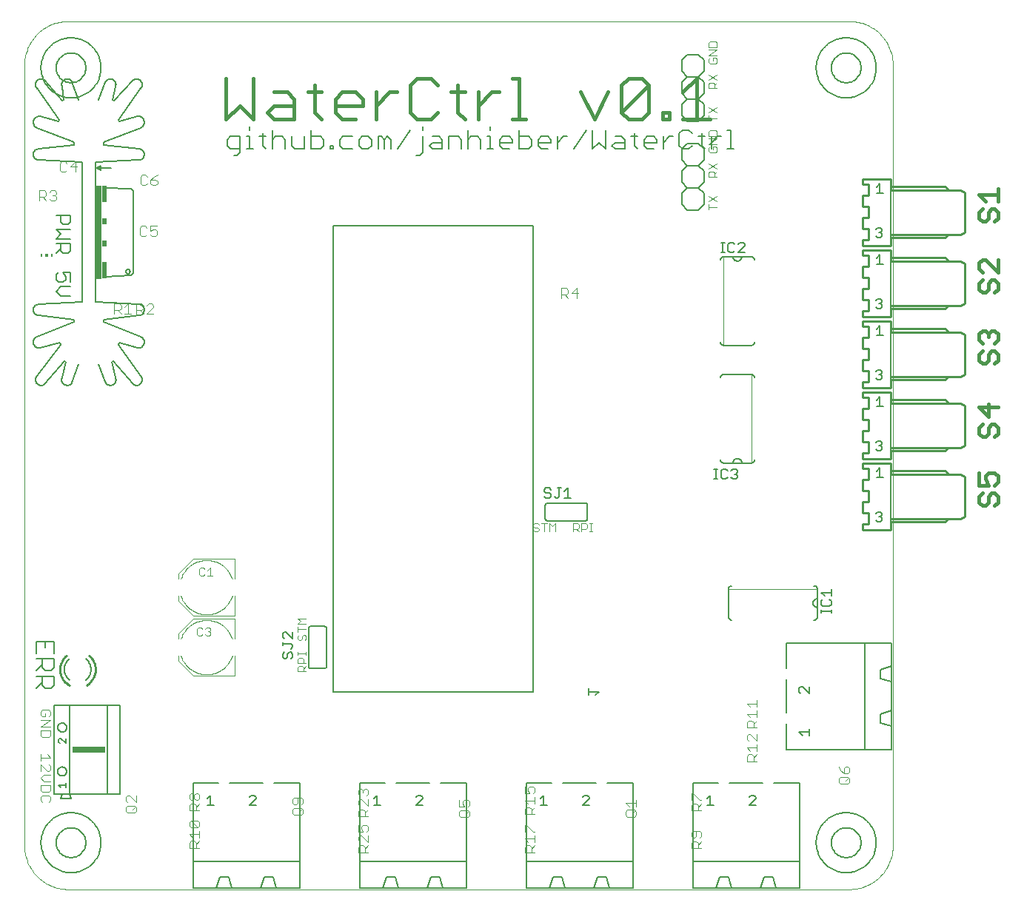
<source format=gto>
G75*
%MOIN*%
%OFA0B0*%
%FSLAX24Y24*%
%IPPOS*%
%LPD*%
%AMOC8*
5,1,8,0,0,1.08239X$1,22.5*
%
%ADD10C,0.0000*%
%ADD11C,0.0160*%
%ADD12C,0.0080*%
%ADD13C,0.0040*%
%ADD14C,0.0070*%
%ADD15C,0.0060*%
%ADD16C,0.0030*%
%ADD17R,0.0059X0.0118*%
%ADD18R,0.0118X0.0118*%
%ADD19C,0.0050*%
%ADD20R,0.1500X0.0300*%
%ADD21C,0.0020*%
%ADD22C,0.0100*%
%ADD23R,0.0300X0.4200*%
%ADD24R,0.0200X0.0750*%
%ADD25R,0.0200X0.0300*%
D10*
X000100Y002000D02*
X000100Y037231D01*
X000102Y037317D01*
X000107Y037403D01*
X000117Y037488D01*
X000130Y037573D01*
X000147Y037657D01*
X000167Y037741D01*
X000191Y037823D01*
X000219Y037904D01*
X000250Y037985D01*
X000284Y038063D01*
X000322Y038140D01*
X000364Y038216D01*
X000408Y038289D01*
X000456Y038360D01*
X000507Y038430D01*
X000561Y038497D01*
X000617Y038561D01*
X000677Y038623D01*
X000739Y038683D01*
X000803Y038739D01*
X000870Y038793D01*
X000940Y038844D01*
X001011Y038892D01*
X001085Y038936D01*
X001160Y038978D01*
X001237Y039016D01*
X001315Y039050D01*
X001396Y039081D01*
X001477Y039109D01*
X001559Y039133D01*
X001643Y039153D01*
X001727Y039170D01*
X001812Y039183D01*
X001897Y039193D01*
X001983Y039198D01*
X002069Y039200D01*
X037231Y039200D01*
X037317Y039198D01*
X037403Y039193D01*
X037488Y039183D01*
X037573Y039170D01*
X037657Y039153D01*
X037741Y039133D01*
X037823Y039109D01*
X037904Y039081D01*
X037985Y039050D01*
X038063Y039016D01*
X038140Y038978D01*
X038216Y038936D01*
X038289Y038892D01*
X038360Y038844D01*
X038430Y038793D01*
X038497Y038739D01*
X038561Y038683D01*
X038623Y038623D01*
X038683Y038561D01*
X038739Y038497D01*
X038793Y038430D01*
X038844Y038360D01*
X038892Y038289D01*
X038936Y038216D01*
X038978Y038140D01*
X039016Y038063D01*
X039050Y037985D01*
X039081Y037904D01*
X039109Y037823D01*
X039133Y037741D01*
X039153Y037657D01*
X039170Y037573D01*
X039183Y037488D01*
X039193Y037403D01*
X039198Y037317D01*
X039200Y037231D01*
X039200Y002069D01*
X039198Y001983D01*
X039193Y001897D01*
X039183Y001812D01*
X039170Y001727D01*
X039153Y001643D01*
X039133Y001559D01*
X039109Y001477D01*
X039081Y001396D01*
X039050Y001315D01*
X039016Y001237D01*
X038978Y001160D01*
X038936Y001084D01*
X038892Y001011D01*
X038844Y000940D01*
X038793Y000870D01*
X038739Y000803D01*
X038683Y000739D01*
X038623Y000677D01*
X038561Y000617D01*
X038497Y000561D01*
X038430Y000507D01*
X038360Y000456D01*
X038289Y000408D01*
X038216Y000364D01*
X038140Y000322D01*
X038063Y000284D01*
X037985Y000250D01*
X037904Y000219D01*
X037823Y000191D01*
X037741Y000167D01*
X037657Y000147D01*
X037573Y000130D01*
X037488Y000117D01*
X037403Y000107D01*
X037317Y000102D01*
X037231Y000100D01*
X002069Y000100D01*
X001983Y000102D01*
X001897Y000107D01*
X001812Y000117D01*
X001727Y000130D01*
X001643Y000147D01*
X001559Y000167D01*
X001477Y000191D01*
X001396Y000219D01*
X001315Y000250D01*
X001237Y000284D01*
X001160Y000322D01*
X001084Y000364D01*
X001011Y000408D01*
X000940Y000456D01*
X000870Y000507D01*
X000803Y000561D01*
X000739Y000617D01*
X000677Y000677D01*
X000617Y000739D01*
X000561Y000803D01*
X000507Y000870D01*
X000456Y000940D01*
X000408Y001011D01*
X000364Y001085D01*
X000322Y001160D01*
X000284Y001237D01*
X000250Y001315D01*
X000219Y001396D01*
X000191Y001477D01*
X000167Y001559D01*
X000147Y001643D01*
X000130Y001727D01*
X000117Y001812D01*
X000107Y001897D01*
X000102Y001983D01*
X000100Y002069D01*
D11*
X009180Y034780D02*
X009794Y035394D01*
X010408Y034780D01*
X010408Y036622D01*
X011329Y036008D02*
X011942Y036008D01*
X012249Y035701D01*
X012249Y034780D01*
X011329Y034780D01*
X011022Y035087D01*
X011329Y035394D01*
X012249Y035394D01*
X012863Y036008D02*
X013477Y036008D01*
X013170Y036315D02*
X013170Y035087D01*
X013477Y034780D01*
X014091Y035087D02*
X014091Y035701D01*
X014398Y036008D01*
X015012Y036008D01*
X015319Y035701D01*
X015319Y035394D01*
X014091Y035394D01*
X014091Y035087D02*
X014398Y034780D01*
X015012Y034780D01*
X015932Y034780D02*
X015932Y036008D01*
X015932Y035394D02*
X016546Y036008D01*
X016853Y036008D01*
X017467Y036315D02*
X017467Y035087D01*
X017774Y034780D01*
X018388Y034780D01*
X018695Y035087D01*
X019616Y035087D02*
X019923Y034780D01*
X019616Y035087D02*
X019616Y036315D01*
X019309Y036008D02*
X019923Y036008D01*
X020536Y036008D02*
X020536Y034780D01*
X020536Y035394D02*
X021150Y036008D01*
X021457Y036008D01*
X022071Y036622D02*
X022378Y036622D01*
X022378Y034780D01*
X022071Y034780D02*
X022685Y034780D01*
X025140Y036008D02*
X025754Y034780D01*
X026368Y036008D01*
X026982Y036315D02*
X027289Y036622D01*
X027903Y036622D01*
X028210Y036315D01*
X026982Y035087D01*
X027289Y034780D01*
X027903Y034780D01*
X028210Y035087D01*
X028210Y036315D01*
X026982Y036315D02*
X026982Y035087D01*
X028823Y035087D02*
X029130Y035087D01*
X029130Y034780D01*
X028823Y034780D01*
X028823Y035087D01*
X029744Y034780D02*
X030972Y034780D01*
X030358Y034780D02*
X030358Y036622D01*
X029744Y036008D01*
X018695Y036315D02*
X018388Y036622D01*
X017774Y036622D01*
X017467Y036315D01*
X009180Y036622D02*
X009180Y034780D01*
X043079Y031381D02*
X043920Y031381D01*
X043920Y031101D02*
X043920Y031661D01*
X043360Y031101D02*
X043079Y031381D01*
X043219Y030740D02*
X043079Y030600D01*
X043079Y030320D01*
X043219Y030180D01*
X043360Y030180D01*
X043500Y030320D01*
X043500Y030600D01*
X043640Y030740D01*
X043780Y030740D01*
X043920Y030600D01*
X043920Y030320D01*
X043780Y030180D01*
X043920Y028461D02*
X043920Y027901D01*
X043360Y028461D01*
X043219Y028461D01*
X043079Y028321D01*
X043079Y028041D01*
X043219Y027901D01*
X043219Y027540D02*
X043079Y027400D01*
X043079Y027120D01*
X043219Y026980D01*
X043360Y026980D01*
X043500Y027120D01*
X043500Y027400D01*
X043640Y027540D01*
X043780Y027540D01*
X043920Y027400D01*
X043920Y027120D01*
X043780Y026980D01*
X043780Y025261D02*
X043920Y025121D01*
X043920Y024841D01*
X043780Y024701D01*
X043780Y024340D02*
X043920Y024200D01*
X043920Y023920D01*
X043780Y023780D01*
X043500Y023920D02*
X043500Y024200D01*
X043640Y024340D01*
X043780Y024340D01*
X043500Y023920D02*
X043360Y023780D01*
X043219Y023780D01*
X043079Y023920D01*
X043079Y024200D01*
X043219Y024340D01*
X043219Y024701D02*
X043079Y024841D01*
X043079Y025121D01*
X043219Y025261D01*
X043360Y025261D01*
X043500Y025121D01*
X043640Y025261D01*
X043780Y025261D01*
X043500Y025121D02*
X043500Y024981D01*
X043500Y021961D02*
X043500Y021401D01*
X043079Y021821D01*
X043920Y021821D01*
X043780Y021040D02*
X043920Y020900D01*
X043920Y020620D01*
X043780Y020480D01*
X043500Y020620D02*
X043500Y020900D01*
X043640Y021040D01*
X043780Y021040D01*
X043500Y020620D02*
X043360Y020480D01*
X043219Y020480D01*
X043079Y020620D01*
X043079Y020900D01*
X043219Y021040D01*
X043079Y018861D02*
X043079Y018301D01*
X043500Y018301D01*
X043360Y018581D01*
X043360Y018721D01*
X043500Y018861D01*
X043780Y018861D01*
X043920Y018721D01*
X043920Y018441D01*
X043780Y018301D01*
X043780Y017940D02*
X043920Y017800D01*
X043920Y017520D01*
X043780Y017380D01*
X043500Y017520D02*
X043500Y017800D01*
X043640Y017940D01*
X043780Y017940D01*
X043500Y017520D02*
X043360Y017380D01*
X043219Y017380D01*
X043079Y017520D01*
X043079Y017800D01*
X043219Y017940D01*
D12*
X032031Y033440D02*
X031744Y033440D01*
X031887Y033440D02*
X031887Y034301D01*
X031744Y034301D01*
X031453Y034014D02*
X031310Y034014D01*
X031023Y033727D01*
X031023Y033440D02*
X031023Y034014D01*
X030733Y034014D02*
X030446Y034014D01*
X030589Y034157D02*
X030589Y033583D01*
X030733Y033440D01*
X030154Y033583D02*
X030011Y033440D01*
X029724Y033440D01*
X029580Y033583D01*
X029580Y034157D01*
X029724Y034301D01*
X030011Y034301D01*
X030154Y034157D01*
X029289Y034014D02*
X029146Y034014D01*
X028859Y033727D01*
X028859Y033440D02*
X028859Y034014D01*
X028567Y033870D02*
X028567Y033727D01*
X027993Y033727D01*
X027993Y033870D02*
X028137Y034014D01*
X028424Y034014D01*
X028567Y033870D01*
X028424Y033440D02*
X028137Y033440D01*
X027993Y033583D01*
X027993Y033870D01*
X027703Y034014D02*
X027416Y034014D01*
X027560Y034157D02*
X027560Y033583D01*
X027703Y033440D01*
X027125Y033440D02*
X027125Y033870D01*
X026981Y034014D01*
X026694Y034014D01*
X026694Y033727D02*
X026551Y033583D01*
X026694Y033440D01*
X027125Y033440D01*
X027125Y033727D02*
X026694Y033727D01*
X026259Y033440D02*
X026259Y034301D01*
X025972Y033727D02*
X026259Y033440D01*
X025972Y033727D02*
X025685Y033440D01*
X025685Y034301D01*
X025394Y034301D02*
X024820Y033440D01*
X024385Y034014D02*
X024098Y033727D01*
X024098Y033440D02*
X024098Y034014D01*
X024385Y034014D02*
X024529Y034014D01*
X023807Y033870D02*
X023807Y033727D01*
X023233Y033727D01*
X023233Y033870D02*
X023376Y034014D01*
X023663Y034014D01*
X023807Y033870D01*
X023663Y033440D02*
X023376Y033440D01*
X023233Y033583D01*
X023233Y033870D01*
X022941Y033870D02*
X022798Y034014D01*
X022367Y034014D01*
X022367Y034301D02*
X022367Y033440D01*
X022798Y033440D01*
X022941Y033583D01*
X022941Y033870D01*
X022076Y033870D02*
X022076Y033727D01*
X021502Y033727D01*
X021502Y033870D02*
X021645Y034014D01*
X021932Y034014D01*
X022076Y033870D01*
X021932Y033440D02*
X021645Y033440D01*
X021502Y033583D01*
X021502Y033870D01*
X021068Y034014D02*
X021068Y033440D01*
X020925Y033440D02*
X021212Y033440D01*
X020633Y033440D02*
X020633Y033870D01*
X020490Y034014D01*
X020203Y034014D01*
X020059Y033870D01*
X019768Y033870D02*
X019768Y033440D01*
X020059Y033440D02*
X020059Y034301D01*
X019768Y033870D02*
X019624Y034014D01*
X019194Y034014D01*
X019194Y033440D01*
X018902Y033440D02*
X018902Y033870D01*
X018759Y034014D01*
X018472Y034014D01*
X018472Y033727D02*
X018902Y033727D01*
X018902Y033440D02*
X018472Y033440D01*
X018328Y033583D01*
X018472Y033727D01*
X018038Y034014D02*
X018038Y033297D01*
X017895Y033153D01*
X017751Y033153D01*
X016886Y033440D02*
X017459Y034301D01*
X018038Y034301D02*
X018038Y034444D01*
X016594Y033870D02*
X016594Y033440D01*
X016307Y033440D02*
X016307Y033870D01*
X016450Y034014D01*
X016594Y033870D01*
X016307Y033870D02*
X016164Y034014D01*
X016020Y034014D01*
X016020Y033440D01*
X015728Y033583D02*
X015728Y033870D01*
X015585Y034014D01*
X015298Y034014D01*
X015155Y033870D01*
X015155Y033583D01*
X015298Y033440D01*
X015585Y033440D01*
X015728Y033583D01*
X014863Y033440D02*
X014432Y033440D01*
X014289Y033583D01*
X014289Y033870D01*
X014432Y034014D01*
X014863Y034014D01*
X014000Y033583D02*
X014000Y033440D01*
X013856Y033440D01*
X013856Y033583D01*
X014000Y033583D01*
X013564Y033583D02*
X013421Y033440D01*
X012991Y033440D01*
X012991Y034301D01*
X012991Y034014D02*
X013421Y034014D01*
X013564Y033870D01*
X013564Y033583D01*
X012699Y033440D02*
X012699Y034014D01*
X012125Y034014D02*
X012125Y033583D01*
X012269Y033440D01*
X012699Y033440D01*
X011833Y033440D02*
X011833Y033870D01*
X011690Y034014D01*
X011403Y034014D01*
X011260Y033870D01*
X010969Y034014D02*
X010683Y034014D01*
X010826Y034157D02*
X010826Y033583D01*
X010969Y033440D01*
X011260Y033440D02*
X011260Y034301D01*
X010249Y034301D02*
X010249Y034444D01*
X010249Y034014D02*
X010106Y034014D01*
X010249Y034014D02*
X010249Y033440D01*
X010106Y033440D02*
X010392Y033440D01*
X009814Y033440D02*
X009383Y033440D01*
X009240Y033583D01*
X009240Y033870D01*
X009383Y034014D01*
X009814Y034014D01*
X009814Y033297D01*
X009670Y033153D01*
X009527Y033153D01*
X020925Y034014D02*
X021068Y034014D01*
X021068Y034301D02*
X021068Y034444D01*
D13*
X024270Y027180D02*
X024500Y027180D01*
X024577Y027104D01*
X024577Y026950D01*
X024500Y026873D01*
X024270Y026873D01*
X024270Y026720D02*
X024270Y027180D01*
X024423Y026873D02*
X024577Y026720D01*
X024730Y026950D02*
X025037Y026950D01*
X024961Y026720D02*
X024961Y027180D01*
X024730Y026950D01*
X009580Y014980D02*
X009580Y014074D01*
X009580Y013326D02*
X009580Y012420D01*
X007690Y012420D01*
X007020Y013090D01*
X007020Y013326D01*
X007020Y014074D02*
X007020Y014310D01*
X007690Y014980D01*
X009580Y014980D01*
X009461Y014074D02*
X009439Y014138D01*
X009412Y014201D01*
X009382Y014263D01*
X009349Y014322D01*
X009313Y014380D01*
X009273Y014436D01*
X009230Y014489D01*
X009185Y014540D01*
X009137Y014588D01*
X009086Y014633D01*
X009032Y014676D01*
X008976Y014715D01*
X008919Y014752D01*
X008859Y014785D01*
X008797Y014814D01*
X008734Y014840D01*
X008670Y014863D01*
X008604Y014882D01*
X008537Y014897D01*
X008470Y014908D01*
X008402Y014916D01*
X008334Y014920D01*
X008266Y014920D01*
X008198Y014916D01*
X008130Y014908D01*
X008063Y014897D01*
X007996Y014882D01*
X007930Y014863D01*
X007866Y014840D01*
X007803Y014814D01*
X007741Y014785D01*
X007681Y014752D01*
X007624Y014715D01*
X007568Y014676D01*
X007514Y014633D01*
X007463Y014588D01*
X007415Y014540D01*
X007370Y014489D01*
X007327Y014436D01*
X007287Y014380D01*
X007251Y014322D01*
X007218Y014263D01*
X007188Y014201D01*
X007161Y014138D01*
X007139Y014074D01*
X007139Y013326D02*
X007161Y013262D01*
X007188Y013199D01*
X007218Y013137D01*
X007251Y013078D01*
X007287Y013020D01*
X007327Y012964D01*
X007370Y012911D01*
X007415Y012860D01*
X007463Y012812D01*
X007514Y012767D01*
X007568Y012724D01*
X007624Y012685D01*
X007681Y012648D01*
X007741Y012615D01*
X007803Y012586D01*
X007866Y012560D01*
X007930Y012537D01*
X007996Y012518D01*
X008063Y012503D01*
X008130Y012492D01*
X008198Y012484D01*
X008266Y012480D01*
X008334Y012480D01*
X008402Y012484D01*
X008470Y012492D01*
X008537Y012503D01*
X008604Y012518D01*
X008670Y012537D01*
X008734Y012560D01*
X008797Y012586D01*
X008859Y012615D01*
X008919Y012648D01*
X008976Y012685D01*
X009032Y012724D01*
X009086Y012767D01*
X009137Y012812D01*
X009185Y012860D01*
X009230Y012911D01*
X009273Y012964D01*
X009313Y013020D01*
X009349Y013078D01*
X009382Y013137D01*
X009412Y013199D01*
X009439Y013262D01*
X009461Y013326D01*
X009580Y012280D02*
X009580Y011374D01*
X009580Y010626D02*
X009580Y009720D01*
X007690Y009720D01*
X007020Y010390D01*
X007020Y010626D01*
X007020Y011374D02*
X007020Y011610D01*
X007690Y012280D01*
X009580Y012280D01*
X009461Y011374D02*
X009439Y011438D01*
X009412Y011501D01*
X009382Y011563D01*
X009349Y011622D01*
X009313Y011680D01*
X009273Y011736D01*
X009230Y011789D01*
X009185Y011840D01*
X009137Y011888D01*
X009086Y011933D01*
X009032Y011976D01*
X008976Y012015D01*
X008919Y012052D01*
X008859Y012085D01*
X008797Y012114D01*
X008734Y012140D01*
X008670Y012163D01*
X008604Y012182D01*
X008537Y012197D01*
X008470Y012208D01*
X008402Y012216D01*
X008334Y012220D01*
X008266Y012220D01*
X008198Y012216D01*
X008130Y012208D01*
X008063Y012197D01*
X007996Y012182D01*
X007930Y012163D01*
X007866Y012140D01*
X007803Y012114D01*
X007741Y012085D01*
X007681Y012052D01*
X007624Y012015D01*
X007568Y011976D01*
X007514Y011933D01*
X007463Y011888D01*
X007415Y011840D01*
X007370Y011789D01*
X007327Y011736D01*
X007287Y011680D01*
X007251Y011622D01*
X007218Y011563D01*
X007188Y011501D01*
X007161Y011438D01*
X007139Y011374D01*
X007139Y010626D02*
X007161Y010562D01*
X007188Y010499D01*
X007218Y010437D01*
X007251Y010378D01*
X007287Y010320D01*
X007327Y010264D01*
X007370Y010211D01*
X007415Y010160D01*
X007463Y010112D01*
X007514Y010067D01*
X007568Y010024D01*
X007624Y009985D01*
X007681Y009948D01*
X007741Y009915D01*
X007803Y009886D01*
X007866Y009860D01*
X007930Y009837D01*
X007996Y009818D01*
X008063Y009803D01*
X008130Y009792D01*
X008198Y009784D01*
X008266Y009780D01*
X008334Y009780D01*
X008402Y009784D01*
X008470Y009792D01*
X008537Y009803D01*
X008604Y009818D01*
X008670Y009837D01*
X008734Y009860D01*
X008797Y009886D01*
X008859Y009915D01*
X008919Y009948D01*
X008976Y009985D01*
X009032Y010024D01*
X009086Y010067D01*
X009137Y010112D01*
X009185Y010160D01*
X009230Y010211D01*
X009273Y010264D01*
X009313Y010320D01*
X009349Y010378D01*
X009382Y010437D01*
X009412Y010499D01*
X009439Y010562D01*
X009461Y010626D01*
X015196Y004617D02*
X015273Y004617D01*
X015350Y004540D01*
X015427Y004617D01*
X015503Y004617D01*
X015580Y004540D01*
X015580Y004386D01*
X015503Y004310D01*
X015580Y004156D02*
X015580Y003849D01*
X015273Y004156D01*
X015196Y004156D01*
X015120Y004079D01*
X015120Y003926D01*
X015196Y003849D01*
X015196Y003696D02*
X015350Y003696D01*
X015427Y003619D01*
X015427Y003389D01*
X015580Y003389D02*
X015120Y003389D01*
X015120Y003619D01*
X015196Y003696D01*
X015427Y003542D02*
X015580Y003696D01*
X015196Y004310D02*
X015120Y004386D01*
X015120Y004540D01*
X015196Y004617D01*
X015350Y004540D02*
X015350Y004463D01*
X015350Y002998D02*
X015503Y002998D01*
X015580Y002921D01*
X015580Y002768D01*
X015503Y002691D01*
X015350Y002691D02*
X015273Y002844D01*
X015273Y002921D01*
X015350Y002998D01*
X015120Y002998D02*
X015120Y002691D01*
X015350Y002691D01*
X015273Y002537D02*
X015196Y002537D01*
X015120Y002461D01*
X015120Y002307D01*
X015196Y002230D01*
X015196Y002077D02*
X015350Y002077D01*
X015427Y002000D01*
X015427Y001770D01*
X015580Y001770D02*
X015120Y001770D01*
X015120Y002000D01*
X015196Y002077D01*
X015427Y001923D02*
X015580Y002077D01*
X015580Y002230D02*
X015273Y002537D01*
X015580Y002537D02*
X015580Y002230D01*
X012630Y003526D02*
X012553Y003449D01*
X012246Y003449D01*
X012170Y003526D01*
X012170Y003679D01*
X012246Y003756D01*
X012553Y003756D01*
X012630Y003679D01*
X012630Y003526D01*
X012477Y003603D02*
X012630Y003756D01*
X012553Y003910D02*
X012630Y003986D01*
X012630Y004140D01*
X012553Y004217D01*
X012246Y004217D01*
X012170Y004140D01*
X012170Y003986D01*
X012246Y003910D01*
X012323Y003910D01*
X012400Y003986D01*
X012400Y004217D01*
X007980Y004186D02*
X007903Y004110D01*
X007827Y004110D01*
X007750Y004186D01*
X007750Y004340D01*
X007827Y004417D01*
X007903Y004417D01*
X007980Y004340D01*
X007980Y004186D01*
X007980Y003956D02*
X007827Y003803D01*
X007827Y003879D02*
X007827Y003649D01*
X007980Y003649D02*
X007520Y003649D01*
X007520Y003879D01*
X007596Y003956D01*
X007750Y003956D01*
X007827Y003879D01*
X007673Y004110D02*
X007596Y004110D01*
X007520Y004186D01*
X007520Y004340D01*
X007596Y004417D01*
X007673Y004417D01*
X007750Y004340D01*
X007750Y004186D02*
X007673Y004110D01*
X007596Y003198D02*
X007520Y003121D01*
X007520Y002968D01*
X007596Y002891D01*
X007903Y002891D01*
X007596Y003198D01*
X007903Y003198D01*
X007980Y003121D01*
X007980Y002968D01*
X007903Y002891D01*
X007980Y002737D02*
X007980Y002430D01*
X007980Y002277D02*
X007827Y002123D01*
X007827Y002200D02*
X007827Y001970D01*
X007980Y001970D02*
X007520Y001970D01*
X007520Y002200D01*
X007596Y002277D01*
X007750Y002277D01*
X007827Y002200D01*
X007673Y002430D02*
X007520Y002584D01*
X007980Y002584D01*
X005130Y003626D02*
X005053Y003549D01*
X004746Y003549D01*
X004670Y003626D01*
X004670Y003779D01*
X004746Y003856D01*
X005053Y003856D01*
X005130Y003779D01*
X005130Y003626D01*
X004977Y003703D02*
X005130Y003856D01*
X005130Y004010D02*
X004823Y004317D01*
X004746Y004317D01*
X004670Y004240D01*
X004670Y004086D01*
X004746Y004010D01*
X005130Y004010D02*
X005130Y004317D01*
X001280Y004262D02*
X001204Y004338D01*
X000897Y004338D01*
X000820Y004262D01*
X000820Y004108D01*
X000897Y004032D01*
X001204Y004032D02*
X001280Y004108D01*
X001280Y004262D01*
X001204Y004492D02*
X001280Y004569D01*
X001280Y004799D01*
X000820Y004799D01*
X000820Y004569D01*
X000897Y004492D01*
X001204Y004492D01*
X001280Y004952D02*
X000973Y004952D01*
X000820Y005106D01*
X000973Y005259D01*
X001280Y005259D01*
X001204Y005413D02*
X001280Y005489D01*
X001280Y005643D01*
X001204Y005720D01*
X001204Y005413D02*
X001127Y005413D01*
X000820Y005720D01*
X000820Y005413D01*
X000820Y005873D02*
X000820Y006180D01*
X000820Y006027D02*
X001280Y006027D01*
X001127Y006180D01*
X001204Y006952D02*
X001280Y007029D01*
X001280Y007259D01*
X000820Y007259D01*
X000820Y007029D01*
X000897Y006952D01*
X001204Y006952D01*
X001280Y007413D02*
X000820Y007413D01*
X001280Y007720D01*
X000820Y007720D01*
X000897Y007873D02*
X000820Y007950D01*
X000820Y008103D01*
X000897Y008180D01*
X001204Y008180D01*
X001280Y008103D01*
X001280Y007950D01*
X001204Y007873D01*
X001050Y007873D02*
X001050Y008027D01*
X001050Y007873D02*
X000897Y007873D01*
X019670Y004117D02*
X019670Y003810D01*
X019900Y003810D01*
X019823Y003963D01*
X019823Y004040D01*
X019900Y004117D01*
X020053Y004117D01*
X020130Y004040D01*
X020130Y003886D01*
X020053Y003810D01*
X020053Y003656D02*
X020130Y003579D01*
X020130Y003426D01*
X020053Y003349D01*
X019746Y003349D01*
X019670Y003426D01*
X019670Y003579D01*
X019746Y003656D01*
X020053Y003656D01*
X020130Y003656D02*
X019977Y003503D01*
X022620Y003489D02*
X022620Y003719D01*
X022696Y003796D01*
X022850Y003796D01*
X022927Y003719D01*
X022927Y003489D01*
X023080Y003489D02*
X022620Y003489D01*
X022927Y003642D02*
X023080Y003796D01*
X023080Y003949D02*
X023080Y004256D01*
X023080Y004103D02*
X022620Y004103D01*
X022773Y003949D01*
X022850Y004410D02*
X022620Y004410D01*
X022620Y004717D01*
X022773Y004640D02*
X022850Y004717D01*
X023003Y004717D01*
X023080Y004640D01*
X023080Y004486D01*
X023003Y004410D01*
X022850Y004410D02*
X022773Y004563D01*
X022773Y004640D01*
X022696Y002998D02*
X022620Y002998D01*
X022620Y002691D01*
X022620Y002384D02*
X023080Y002384D01*
X023080Y002537D02*
X023080Y002230D01*
X023080Y002077D02*
X022927Y001923D01*
X022927Y002000D02*
X022927Y001770D01*
X023080Y001770D02*
X022620Y001770D01*
X022620Y002000D01*
X022696Y002077D01*
X022850Y002077D01*
X022927Y002000D01*
X022773Y002230D02*
X022620Y002384D01*
X023003Y002691D02*
X023080Y002691D01*
X023003Y002691D02*
X022696Y002998D01*
X027170Y003447D02*
X027170Y003600D01*
X027246Y003677D01*
X027553Y003677D01*
X027630Y003600D01*
X027630Y003447D01*
X027553Y003370D01*
X027246Y003370D01*
X027170Y003447D01*
X027477Y003523D02*
X027630Y003677D01*
X027630Y003830D02*
X027630Y004137D01*
X027630Y003984D02*
X027170Y003984D01*
X027323Y003830D01*
X030120Y003879D02*
X030196Y003956D01*
X030350Y003956D01*
X030427Y003879D01*
X030427Y003649D01*
X030580Y003649D02*
X030120Y003649D01*
X030120Y003879D01*
X030120Y004110D02*
X030120Y004417D01*
X030196Y004417D01*
X030503Y004110D01*
X030580Y004110D01*
X030580Y003956D02*
X030427Y003803D01*
X030503Y002717D02*
X030196Y002717D01*
X030120Y002640D01*
X030120Y002486D01*
X030196Y002410D01*
X030273Y002410D01*
X030350Y002486D01*
X030350Y002717D01*
X030503Y002717D02*
X030580Y002640D01*
X030580Y002486D01*
X030503Y002410D01*
X030580Y002256D02*
X030427Y002103D01*
X030427Y002179D02*
X030427Y001949D01*
X030580Y001949D02*
X030120Y001949D01*
X030120Y002179D01*
X030196Y002256D01*
X030350Y002256D01*
X030427Y002179D01*
X032620Y005870D02*
X032620Y006100D01*
X032696Y006177D01*
X032850Y006177D01*
X032927Y006100D01*
X032927Y005870D01*
X033080Y005870D02*
X032620Y005870D01*
X032927Y006023D02*
X033080Y006177D01*
X033080Y006330D02*
X033080Y006637D01*
X033080Y006484D02*
X032620Y006484D01*
X032773Y006330D01*
X032696Y006791D02*
X032620Y006868D01*
X032620Y007021D01*
X032696Y007098D01*
X032773Y007098D01*
X033080Y006791D01*
X033080Y007098D01*
X033080Y007389D02*
X032620Y007389D01*
X032620Y007619D01*
X032696Y007696D01*
X032850Y007696D01*
X032927Y007619D01*
X032927Y007389D01*
X032927Y007542D02*
X033080Y007696D01*
X033080Y007849D02*
X033080Y008156D01*
X033080Y008003D02*
X032620Y008003D01*
X032773Y007849D01*
X032773Y008310D02*
X032620Y008463D01*
X033080Y008463D01*
X033080Y008310D02*
X033080Y008617D01*
X036770Y005617D02*
X036846Y005463D01*
X037000Y005310D01*
X037000Y005540D01*
X037077Y005617D01*
X037153Y005617D01*
X037230Y005540D01*
X037230Y005386D01*
X037153Y005310D01*
X037000Y005310D01*
X036846Y005156D02*
X037153Y005156D01*
X037230Y005079D01*
X037230Y004926D01*
X037153Y004849D01*
X036846Y004849D01*
X036770Y004926D01*
X036770Y005079D01*
X036846Y005156D01*
X037077Y005003D02*
X037230Y005156D01*
X005917Y026020D02*
X005610Y026020D01*
X005917Y026327D01*
X005917Y026404D01*
X005840Y026480D01*
X005686Y026480D01*
X005610Y026404D01*
X005456Y026404D02*
X005456Y026250D01*
X005379Y026173D01*
X005149Y026173D01*
X005149Y026020D02*
X005149Y026480D01*
X005379Y026480D01*
X005456Y026404D01*
X005303Y026173D02*
X005456Y026020D01*
X004917Y026020D02*
X004610Y026020D01*
X004763Y026020D02*
X004763Y026480D01*
X004610Y026327D01*
X004456Y026404D02*
X004456Y026250D01*
X004379Y026173D01*
X004149Y026173D01*
X004149Y026020D02*
X004149Y026480D01*
X004379Y026480D01*
X004456Y026404D01*
X004303Y026173D02*
X004456Y026020D01*
X005376Y029520D02*
X005299Y029597D01*
X005299Y029904D01*
X005376Y029980D01*
X005529Y029980D01*
X005606Y029904D01*
X005760Y029980D02*
X005760Y029750D01*
X005913Y029827D01*
X005990Y029827D01*
X006067Y029750D01*
X006067Y029597D01*
X005990Y029520D01*
X005836Y029520D01*
X005760Y029597D01*
X005606Y029597D02*
X005529Y029520D01*
X005376Y029520D01*
X005760Y029980D02*
X006067Y029980D01*
X006011Y031820D02*
X006087Y031897D01*
X006087Y031973D01*
X006011Y032050D01*
X005780Y032050D01*
X005780Y031897D01*
X005857Y031820D01*
X006011Y031820D01*
X005780Y032050D02*
X005934Y032204D01*
X006087Y032280D01*
X005627Y032204D02*
X005550Y032280D01*
X005397Y032280D01*
X005320Y032204D01*
X005320Y031897D01*
X005397Y031820D01*
X005550Y031820D01*
X005627Y031897D01*
X002467Y032650D02*
X002160Y032650D01*
X002390Y032880D01*
X002390Y032420D01*
X002006Y032497D02*
X001929Y032420D01*
X001776Y032420D01*
X001699Y032497D01*
X001699Y032804D01*
X001776Y032880D01*
X001929Y032880D01*
X002006Y032804D01*
X001461Y031580D02*
X001307Y031580D01*
X001230Y031504D01*
X001077Y031504D02*
X001077Y031350D01*
X001000Y031273D01*
X000770Y031273D01*
X000770Y031120D02*
X000770Y031580D01*
X001000Y031580D01*
X001077Y031504D01*
X000923Y031273D02*
X001077Y031120D01*
X001230Y031197D02*
X001307Y031120D01*
X001461Y031120D01*
X001537Y031197D01*
X001537Y031273D01*
X001461Y031350D01*
X001384Y031350D01*
X001461Y031350D02*
X001537Y031427D01*
X001537Y031504D01*
X001461Y031580D01*
D14*
X001426Y011265D02*
X000635Y011265D01*
X000635Y010738D01*
X000635Y010473D02*
X001426Y010473D01*
X001426Y010078D01*
X001294Y009946D01*
X001030Y009946D01*
X000899Y010078D01*
X000899Y010473D01*
X000899Y010210D02*
X000635Y009946D01*
X000635Y009681D02*
X001426Y009681D01*
X001426Y009286D01*
X001294Y009154D01*
X001030Y009154D01*
X000899Y009286D01*
X000899Y009681D01*
X000899Y009418D02*
X000635Y009154D01*
X001426Y010738D02*
X001426Y011265D01*
X001030Y011265D02*
X001030Y011001D01*
X038424Y016736D02*
X038496Y016664D01*
X038640Y016664D01*
X038711Y016736D01*
X038711Y016808D01*
X038640Y016880D01*
X038568Y016880D01*
X038640Y016880D02*
X038711Y016951D01*
X038711Y017023D01*
X038640Y017095D01*
X038496Y017095D01*
X038424Y017023D01*
X038474Y018644D02*
X038761Y018644D01*
X038618Y018644D02*
X038618Y019075D01*
X038474Y018931D01*
X038496Y019864D02*
X038424Y019936D01*
X038496Y019864D02*
X038640Y019864D01*
X038711Y019936D01*
X038711Y020008D01*
X038640Y020080D01*
X038568Y020080D01*
X038640Y020080D02*
X038711Y020151D01*
X038711Y020223D01*
X038640Y020295D01*
X038496Y020295D01*
X038424Y020223D01*
X038474Y021844D02*
X038761Y021844D01*
X038618Y021844D02*
X038618Y022275D01*
X038474Y022131D01*
X038496Y023064D02*
X038424Y023136D01*
X038496Y023064D02*
X038640Y023064D01*
X038711Y023136D01*
X038711Y023208D01*
X038640Y023280D01*
X038568Y023280D01*
X038640Y023280D02*
X038711Y023351D01*
X038711Y023423D01*
X038640Y023495D01*
X038496Y023495D01*
X038424Y023423D01*
X038474Y025044D02*
X038761Y025044D01*
X038618Y025044D02*
X038618Y025475D01*
X038474Y025331D01*
X038496Y026264D02*
X038424Y026336D01*
X038496Y026264D02*
X038640Y026264D01*
X038711Y026336D01*
X038711Y026408D01*
X038640Y026480D01*
X038568Y026480D01*
X038640Y026480D02*
X038711Y026551D01*
X038711Y026623D01*
X038640Y026695D01*
X038496Y026695D01*
X038424Y026623D01*
X038474Y028244D02*
X038761Y028244D01*
X038618Y028244D02*
X038618Y028675D01*
X038474Y028531D01*
X038496Y029464D02*
X038424Y029536D01*
X038496Y029464D02*
X038640Y029464D01*
X038711Y029536D01*
X038711Y029608D01*
X038640Y029680D01*
X038568Y029680D01*
X038640Y029680D02*
X038711Y029751D01*
X038711Y029823D01*
X038640Y029895D01*
X038496Y029895D01*
X038424Y029823D01*
X038474Y031444D02*
X038761Y031444D01*
X038618Y031444D02*
X038618Y031875D01*
X038474Y031731D01*
D15*
X036431Y037100D02*
X036433Y037151D01*
X036439Y037202D01*
X036449Y037252D01*
X036462Y037302D01*
X036480Y037350D01*
X036500Y037397D01*
X036525Y037442D01*
X036553Y037485D01*
X036584Y037526D01*
X036618Y037564D01*
X036655Y037599D01*
X036694Y037632D01*
X036736Y037662D01*
X036780Y037688D01*
X036826Y037710D01*
X036874Y037730D01*
X036923Y037745D01*
X036973Y037757D01*
X037023Y037765D01*
X037074Y037769D01*
X037126Y037769D01*
X037177Y037765D01*
X037227Y037757D01*
X037277Y037745D01*
X037326Y037730D01*
X037374Y037710D01*
X037420Y037688D01*
X037464Y037662D01*
X037506Y037632D01*
X037545Y037599D01*
X037582Y037564D01*
X037616Y037526D01*
X037647Y037485D01*
X037675Y037442D01*
X037700Y037397D01*
X037720Y037350D01*
X037738Y037302D01*
X037751Y037252D01*
X037761Y037202D01*
X037767Y037151D01*
X037769Y037100D01*
X037767Y037049D01*
X037761Y036998D01*
X037751Y036948D01*
X037738Y036898D01*
X037720Y036850D01*
X037700Y036803D01*
X037675Y036758D01*
X037647Y036715D01*
X037616Y036674D01*
X037582Y036636D01*
X037545Y036601D01*
X037506Y036568D01*
X037464Y036538D01*
X037420Y036512D01*
X037374Y036490D01*
X037326Y036470D01*
X037277Y036455D01*
X037227Y036443D01*
X037177Y036435D01*
X037126Y036431D01*
X037074Y036431D01*
X037023Y036435D01*
X036973Y036443D01*
X036923Y036455D01*
X036874Y036470D01*
X036826Y036490D01*
X036780Y036512D01*
X036736Y036538D01*
X036694Y036568D01*
X036655Y036601D01*
X036618Y036636D01*
X036584Y036674D01*
X036553Y036715D01*
X036525Y036758D01*
X036500Y036803D01*
X036480Y036850D01*
X036462Y036898D01*
X036449Y036948D01*
X036439Y036998D01*
X036433Y037049D01*
X036431Y037100D01*
X035750Y037100D02*
X035752Y037173D01*
X035758Y037246D01*
X035768Y037318D01*
X035782Y037390D01*
X035799Y037461D01*
X035821Y037531D01*
X035846Y037600D01*
X035875Y037667D01*
X035907Y037732D01*
X035943Y037796D01*
X035983Y037858D01*
X036025Y037917D01*
X036071Y037974D01*
X036120Y038028D01*
X036172Y038080D01*
X036226Y038129D01*
X036283Y038175D01*
X036342Y038217D01*
X036404Y038257D01*
X036468Y038293D01*
X036533Y038325D01*
X036600Y038354D01*
X036669Y038379D01*
X036739Y038401D01*
X036810Y038418D01*
X036882Y038432D01*
X036954Y038442D01*
X037027Y038448D01*
X037100Y038450D01*
X037173Y038448D01*
X037246Y038442D01*
X037318Y038432D01*
X037390Y038418D01*
X037461Y038401D01*
X037531Y038379D01*
X037600Y038354D01*
X037667Y038325D01*
X037732Y038293D01*
X037796Y038257D01*
X037858Y038217D01*
X037917Y038175D01*
X037974Y038129D01*
X038028Y038080D01*
X038080Y038028D01*
X038129Y037974D01*
X038175Y037917D01*
X038217Y037858D01*
X038257Y037796D01*
X038293Y037732D01*
X038325Y037667D01*
X038354Y037600D01*
X038379Y037531D01*
X038401Y037461D01*
X038418Y037390D01*
X038432Y037318D01*
X038442Y037246D01*
X038448Y037173D01*
X038450Y037100D01*
X038448Y037027D01*
X038442Y036954D01*
X038432Y036882D01*
X038418Y036810D01*
X038401Y036739D01*
X038379Y036669D01*
X038354Y036600D01*
X038325Y036533D01*
X038293Y036468D01*
X038257Y036404D01*
X038217Y036342D01*
X038175Y036283D01*
X038129Y036226D01*
X038080Y036172D01*
X038028Y036120D01*
X037974Y036071D01*
X037917Y036025D01*
X037858Y035983D01*
X037796Y035943D01*
X037732Y035907D01*
X037667Y035875D01*
X037600Y035846D01*
X037531Y035821D01*
X037461Y035799D01*
X037390Y035782D01*
X037318Y035768D01*
X037246Y035758D01*
X037173Y035752D01*
X037100Y035750D01*
X037027Y035752D01*
X036954Y035758D01*
X036882Y035768D01*
X036810Y035782D01*
X036739Y035799D01*
X036669Y035821D01*
X036600Y035846D01*
X036533Y035875D01*
X036468Y035907D01*
X036404Y035943D01*
X036342Y035983D01*
X036283Y036025D01*
X036226Y036071D01*
X036172Y036120D01*
X036120Y036172D01*
X036071Y036226D01*
X036025Y036283D01*
X035983Y036342D01*
X035943Y036404D01*
X035907Y036468D01*
X035875Y036533D01*
X035846Y036600D01*
X035821Y036669D01*
X035799Y036739D01*
X035782Y036810D01*
X035768Y036882D01*
X035758Y036954D01*
X035752Y037027D01*
X035750Y037100D01*
X030700Y036950D02*
X030450Y036700D01*
X030700Y036450D01*
X030700Y035950D01*
X030450Y035700D01*
X030700Y035450D01*
X030700Y034950D01*
X030450Y034700D01*
X029950Y034700D01*
X029700Y034950D01*
X029700Y035450D01*
X029950Y035700D01*
X029700Y035950D01*
X029700Y036450D01*
X029950Y036700D01*
X029700Y036950D01*
X029700Y037450D01*
X029950Y037700D01*
X030450Y037700D01*
X030700Y037450D01*
X030700Y036950D01*
X030450Y036700D02*
X029950Y036700D01*
X029950Y035700D02*
X030450Y035700D01*
X030450Y033700D02*
X029950Y033700D01*
X029700Y033450D01*
X029700Y032950D01*
X029950Y032700D01*
X030450Y032700D01*
X030700Y032950D01*
X030700Y033450D01*
X030450Y033700D01*
X030450Y032700D02*
X030700Y032450D01*
X030700Y031950D01*
X030450Y031700D01*
X030700Y031450D01*
X030700Y030950D01*
X030450Y030700D01*
X029950Y030700D01*
X029700Y030950D01*
X029700Y031450D01*
X029950Y031700D01*
X029700Y031950D01*
X029700Y032450D01*
X029950Y032700D01*
X029950Y031700D02*
X030450Y031700D01*
X031580Y028600D02*
X032000Y028600D01*
X032400Y028600D01*
X032820Y028600D01*
X032843Y028598D01*
X032866Y028593D01*
X032888Y028584D01*
X032908Y028571D01*
X032926Y028556D01*
X032941Y028538D01*
X032954Y028518D01*
X032963Y028496D01*
X032968Y028473D01*
X032970Y028450D01*
X032400Y028600D02*
X032398Y028573D01*
X032393Y028546D01*
X032383Y028520D01*
X032371Y028496D01*
X032355Y028474D01*
X032337Y028454D01*
X032315Y028437D01*
X032292Y028422D01*
X032267Y028412D01*
X032241Y028404D01*
X032214Y028400D01*
X032186Y028400D01*
X032159Y028404D01*
X032133Y028412D01*
X032108Y028422D01*
X032085Y028437D01*
X032063Y028454D01*
X032045Y028474D01*
X032029Y028496D01*
X032017Y028520D01*
X032007Y028546D01*
X032002Y028573D01*
X032000Y028600D01*
X031580Y028600D02*
X031557Y028598D01*
X031534Y028593D01*
X031512Y028584D01*
X031492Y028571D01*
X031474Y028556D01*
X031459Y028538D01*
X031446Y028518D01*
X031437Y028496D01*
X031432Y028473D01*
X031430Y028450D01*
X031430Y024750D02*
X031432Y024727D01*
X031437Y024704D01*
X031446Y024682D01*
X031459Y024662D01*
X031474Y024644D01*
X031492Y024629D01*
X031512Y024616D01*
X031534Y024607D01*
X031557Y024602D01*
X031580Y024600D01*
X032820Y024600D01*
X032843Y024602D01*
X032866Y024607D01*
X032888Y024616D01*
X032908Y024629D01*
X032926Y024644D01*
X032941Y024662D01*
X032954Y024682D01*
X032963Y024704D01*
X032968Y024727D01*
X032970Y024750D01*
X032820Y023300D02*
X031580Y023300D01*
X031557Y023298D01*
X031534Y023293D01*
X031512Y023284D01*
X031492Y023271D01*
X031474Y023256D01*
X031459Y023238D01*
X031446Y023218D01*
X031437Y023196D01*
X031432Y023173D01*
X031430Y023150D01*
X032820Y023300D02*
X032843Y023298D01*
X032866Y023293D01*
X032888Y023284D01*
X032908Y023271D01*
X032926Y023256D01*
X032941Y023238D01*
X032954Y023218D01*
X032963Y023196D01*
X032968Y023173D01*
X032970Y023150D01*
X032970Y019450D02*
X032968Y019427D01*
X032963Y019404D01*
X032954Y019382D01*
X032941Y019362D01*
X032926Y019344D01*
X032908Y019329D01*
X032888Y019316D01*
X032866Y019307D01*
X032843Y019302D01*
X032820Y019300D01*
X032400Y019300D01*
X032000Y019300D01*
X031580Y019300D01*
X031557Y019302D01*
X031534Y019307D01*
X031512Y019316D01*
X031492Y019329D01*
X031474Y019344D01*
X031459Y019362D01*
X031446Y019382D01*
X031437Y019404D01*
X031432Y019427D01*
X031430Y019450D01*
X032000Y019300D02*
X032002Y019327D01*
X032007Y019354D01*
X032017Y019380D01*
X032029Y019404D01*
X032045Y019426D01*
X032063Y019446D01*
X032085Y019463D01*
X032108Y019478D01*
X032133Y019488D01*
X032159Y019496D01*
X032186Y019500D01*
X032214Y019500D01*
X032241Y019496D01*
X032267Y019488D01*
X032292Y019478D01*
X032315Y019463D01*
X032337Y019446D01*
X032355Y019426D01*
X032371Y019404D01*
X032383Y019380D01*
X032393Y019354D01*
X032398Y019327D01*
X032400Y019300D01*
X031950Y013770D02*
X031927Y013768D01*
X031904Y013763D01*
X031882Y013754D01*
X031862Y013741D01*
X031844Y013726D01*
X031829Y013708D01*
X031816Y013688D01*
X031807Y013666D01*
X031802Y013643D01*
X031800Y013620D01*
X031800Y012380D01*
X031802Y012357D01*
X031807Y012334D01*
X031816Y012312D01*
X031829Y012292D01*
X031844Y012274D01*
X031862Y012259D01*
X031882Y012246D01*
X031904Y012237D01*
X031927Y012232D01*
X031950Y012230D01*
X034400Y011200D02*
X034400Y010050D01*
X034400Y009550D02*
X034400Y008050D01*
X034400Y007550D02*
X034400Y006400D01*
X037950Y006400D01*
X039150Y006400D01*
X039150Y007450D01*
X039150Y008150D01*
X039150Y009450D01*
X039150Y010150D01*
X039150Y011200D01*
X037950Y011200D01*
X034400Y011200D01*
X035650Y012230D02*
X035673Y012232D01*
X035696Y012237D01*
X035718Y012246D01*
X035738Y012259D01*
X035756Y012274D01*
X035771Y012292D01*
X035784Y012312D01*
X035793Y012334D01*
X035798Y012357D01*
X035800Y012380D01*
X035800Y012800D01*
X035800Y013200D01*
X035800Y013620D01*
X035798Y013643D01*
X035793Y013666D01*
X035784Y013688D01*
X035771Y013708D01*
X035756Y013726D01*
X035738Y013741D01*
X035718Y013754D01*
X035696Y013763D01*
X035673Y013768D01*
X035650Y013770D01*
X035800Y013200D02*
X035773Y013198D01*
X035746Y013193D01*
X035720Y013183D01*
X035696Y013171D01*
X035674Y013155D01*
X035654Y013137D01*
X035637Y013115D01*
X035622Y013092D01*
X035612Y013067D01*
X035604Y013041D01*
X035600Y013014D01*
X035600Y012986D01*
X035604Y012959D01*
X035612Y012933D01*
X035622Y012908D01*
X035637Y012885D01*
X035654Y012863D01*
X035674Y012845D01*
X035696Y012829D01*
X035720Y012817D01*
X035746Y012807D01*
X035773Y012802D01*
X035800Y012800D01*
X037950Y011200D02*
X037950Y006400D01*
X038650Y007600D02*
X039150Y007450D01*
X038650Y007600D02*
X038650Y008000D01*
X039150Y008150D01*
X039150Y009450D02*
X038650Y009600D01*
X038650Y010000D01*
X039150Y010150D01*
X035000Y004900D02*
X033850Y004900D01*
X033350Y004900D02*
X031850Y004900D01*
X031350Y004900D02*
X030200Y004900D01*
X030200Y001350D01*
X030200Y000150D01*
X031250Y000150D01*
X031950Y000150D01*
X033250Y000150D01*
X033950Y000150D01*
X035000Y000150D01*
X035000Y001350D01*
X035000Y004900D01*
X036431Y002200D02*
X036433Y002251D01*
X036439Y002302D01*
X036449Y002352D01*
X036462Y002402D01*
X036480Y002450D01*
X036500Y002497D01*
X036525Y002542D01*
X036553Y002585D01*
X036584Y002626D01*
X036618Y002664D01*
X036655Y002699D01*
X036694Y002732D01*
X036736Y002762D01*
X036780Y002788D01*
X036826Y002810D01*
X036874Y002830D01*
X036923Y002845D01*
X036973Y002857D01*
X037023Y002865D01*
X037074Y002869D01*
X037126Y002869D01*
X037177Y002865D01*
X037227Y002857D01*
X037277Y002845D01*
X037326Y002830D01*
X037374Y002810D01*
X037420Y002788D01*
X037464Y002762D01*
X037506Y002732D01*
X037545Y002699D01*
X037582Y002664D01*
X037616Y002626D01*
X037647Y002585D01*
X037675Y002542D01*
X037700Y002497D01*
X037720Y002450D01*
X037738Y002402D01*
X037751Y002352D01*
X037761Y002302D01*
X037767Y002251D01*
X037769Y002200D01*
X037767Y002149D01*
X037761Y002098D01*
X037751Y002048D01*
X037738Y001998D01*
X037720Y001950D01*
X037700Y001903D01*
X037675Y001858D01*
X037647Y001815D01*
X037616Y001774D01*
X037582Y001736D01*
X037545Y001701D01*
X037506Y001668D01*
X037464Y001638D01*
X037420Y001612D01*
X037374Y001590D01*
X037326Y001570D01*
X037277Y001555D01*
X037227Y001543D01*
X037177Y001535D01*
X037126Y001531D01*
X037074Y001531D01*
X037023Y001535D01*
X036973Y001543D01*
X036923Y001555D01*
X036874Y001570D01*
X036826Y001590D01*
X036780Y001612D01*
X036736Y001638D01*
X036694Y001668D01*
X036655Y001701D01*
X036618Y001736D01*
X036584Y001774D01*
X036553Y001815D01*
X036525Y001858D01*
X036500Y001903D01*
X036480Y001950D01*
X036462Y001998D01*
X036449Y002048D01*
X036439Y002098D01*
X036433Y002149D01*
X036431Y002200D01*
X035750Y002200D02*
X035752Y002273D01*
X035758Y002346D01*
X035768Y002418D01*
X035782Y002490D01*
X035799Y002561D01*
X035821Y002631D01*
X035846Y002700D01*
X035875Y002767D01*
X035907Y002832D01*
X035943Y002896D01*
X035983Y002958D01*
X036025Y003017D01*
X036071Y003074D01*
X036120Y003128D01*
X036172Y003180D01*
X036226Y003229D01*
X036283Y003275D01*
X036342Y003317D01*
X036404Y003357D01*
X036468Y003393D01*
X036533Y003425D01*
X036600Y003454D01*
X036669Y003479D01*
X036739Y003501D01*
X036810Y003518D01*
X036882Y003532D01*
X036954Y003542D01*
X037027Y003548D01*
X037100Y003550D01*
X037173Y003548D01*
X037246Y003542D01*
X037318Y003532D01*
X037390Y003518D01*
X037461Y003501D01*
X037531Y003479D01*
X037600Y003454D01*
X037667Y003425D01*
X037732Y003393D01*
X037796Y003357D01*
X037858Y003317D01*
X037917Y003275D01*
X037974Y003229D01*
X038028Y003180D01*
X038080Y003128D01*
X038129Y003074D01*
X038175Y003017D01*
X038217Y002958D01*
X038257Y002896D01*
X038293Y002832D01*
X038325Y002767D01*
X038354Y002700D01*
X038379Y002631D01*
X038401Y002561D01*
X038418Y002490D01*
X038432Y002418D01*
X038442Y002346D01*
X038448Y002273D01*
X038450Y002200D01*
X038448Y002127D01*
X038442Y002054D01*
X038432Y001982D01*
X038418Y001910D01*
X038401Y001839D01*
X038379Y001769D01*
X038354Y001700D01*
X038325Y001633D01*
X038293Y001568D01*
X038257Y001504D01*
X038217Y001442D01*
X038175Y001383D01*
X038129Y001326D01*
X038080Y001272D01*
X038028Y001220D01*
X037974Y001171D01*
X037917Y001125D01*
X037858Y001083D01*
X037796Y001043D01*
X037732Y001007D01*
X037667Y000975D01*
X037600Y000946D01*
X037531Y000921D01*
X037461Y000899D01*
X037390Y000882D01*
X037318Y000868D01*
X037246Y000858D01*
X037173Y000852D01*
X037100Y000850D01*
X037027Y000852D01*
X036954Y000858D01*
X036882Y000868D01*
X036810Y000882D01*
X036739Y000899D01*
X036669Y000921D01*
X036600Y000946D01*
X036533Y000975D01*
X036468Y001007D01*
X036404Y001043D01*
X036342Y001083D01*
X036283Y001125D01*
X036226Y001171D01*
X036172Y001220D01*
X036120Y001272D01*
X036071Y001326D01*
X036025Y001383D01*
X035983Y001442D01*
X035943Y001504D01*
X035907Y001568D01*
X035875Y001633D01*
X035846Y001700D01*
X035821Y001769D01*
X035799Y001839D01*
X035782Y001910D01*
X035768Y001982D01*
X035758Y002054D01*
X035752Y002127D01*
X035750Y002200D01*
X035000Y001350D02*
X030200Y001350D01*
X031400Y000650D02*
X031250Y000150D01*
X031400Y000650D02*
X031800Y000650D01*
X031950Y000150D01*
X033250Y000150D02*
X033400Y000650D01*
X033800Y000650D01*
X033950Y000150D01*
X027500Y000150D02*
X026450Y000150D01*
X025750Y000150D01*
X025900Y000650D01*
X026300Y000650D01*
X026450Y000150D01*
X025750Y000150D02*
X024450Y000150D01*
X023750Y000150D01*
X023900Y000650D01*
X024300Y000650D01*
X024450Y000150D01*
X023750Y000150D02*
X022700Y000150D01*
X022700Y001350D01*
X027500Y001350D01*
X027500Y000150D01*
X027500Y001350D02*
X027500Y004900D01*
X026350Y004900D01*
X025850Y004900D02*
X024350Y004900D01*
X023850Y004900D02*
X022700Y004900D01*
X022700Y001350D01*
X020000Y001350D02*
X020000Y000150D01*
X018950Y000150D01*
X018250Y000150D01*
X018400Y000650D01*
X018800Y000650D01*
X018950Y000150D01*
X018250Y000150D02*
X016950Y000150D01*
X016250Y000150D01*
X016400Y000650D01*
X016800Y000650D01*
X016950Y000150D01*
X016250Y000150D02*
X015200Y000150D01*
X015200Y001350D01*
X020000Y001350D01*
X020000Y004900D01*
X018850Y004900D01*
X018350Y004900D02*
X016850Y004900D01*
X016350Y004900D02*
X015200Y004900D01*
X015200Y001350D01*
X012500Y001350D02*
X012500Y000150D01*
X011450Y000150D01*
X010750Y000150D01*
X010900Y000650D01*
X011300Y000650D01*
X011450Y000150D01*
X010750Y000150D02*
X009450Y000150D01*
X008750Y000150D01*
X008900Y000650D01*
X009300Y000650D01*
X009450Y000150D01*
X008750Y000150D02*
X007700Y000150D01*
X007700Y001350D01*
X012500Y001350D01*
X012500Y004900D01*
X011350Y004900D01*
X010850Y004900D02*
X009350Y004900D01*
X008850Y004900D02*
X007700Y004900D01*
X007700Y001350D01*
X004400Y004400D02*
X004400Y008400D01*
X003850Y008400D01*
X003850Y004400D01*
X002150Y004400D01*
X002150Y008400D01*
X003850Y008400D01*
X002150Y008400D02*
X001450Y008400D01*
X001450Y004400D01*
X001800Y004400D01*
X002150Y004400D01*
X002200Y004200D01*
X001750Y004200D01*
X001800Y004400D01*
X001600Y005410D02*
X001602Y005438D01*
X001608Y005465D01*
X001617Y005491D01*
X001630Y005516D01*
X001647Y005539D01*
X001666Y005559D01*
X001688Y005576D01*
X001712Y005590D01*
X001738Y005600D01*
X001765Y005607D01*
X001793Y005610D01*
X001821Y005609D01*
X001848Y005604D01*
X001875Y005595D01*
X001900Y005583D01*
X001923Y005568D01*
X001944Y005549D01*
X001962Y005528D01*
X001977Y005504D01*
X001988Y005478D01*
X001996Y005452D01*
X002000Y005424D01*
X002000Y005396D01*
X001996Y005368D01*
X001988Y005342D01*
X001977Y005316D01*
X001962Y005292D01*
X001944Y005271D01*
X001923Y005252D01*
X001900Y005237D01*
X001875Y005225D01*
X001848Y005216D01*
X001821Y005211D01*
X001793Y005210D01*
X001765Y005213D01*
X001738Y005220D01*
X001712Y005230D01*
X001688Y005244D01*
X001666Y005261D01*
X001647Y005281D01*
X001630Y005304D01*
X001617Y005329D01*
X001608Y005355D01*
X001602Y005382D01*
X001600Y005410D01*
X001600Y007390D02*
X001602Y007418D01*
X001608Y007445D01*
X001617Y007471D01*
X001630Y007496D01*
X001647Y007519D01*
X001666Y007539D01*
X001688Y007556D01*
X001712Y007570D01*
X001738Y007580D01*
X001765Y007587D01*
X001793Y007590D01*
X001821Y007589D01*
X001848Y007584D01*
X001875Y007575D01*
X001900Y007563D01*
X001923Y007548D01*
X001944Y007529D01*
X001962Y007508D01*
X001977Y007484D01*
X001988Y007458D01*
X001996Y007432D01*
X002000Y007404D01*
X002000Y007376D01*
X001996Y007348D01*
X001988Y007322D01*
X001977Y007296D01*
X001962Y007272D01*
X001944Y007251D01*
X001923Y007232D01*
X001900Y007217D01*
X001875Y007205D01*
X001848Y007196D01*
X001821Y007191D01*
X001793Y007190D01*
X001765Y007193D01*
X001738Y007200D01*
X001712Y007210D01*
X001688Y007224D01*
X001666Y007241D01*
X001647Y007261D01*
X001630Y007284D01*
X001617Y007309D01*
X001608Y007335D01*
X001602Y007362D01*
X001600Y007390D01*
X001900Y010000D02*
X001902Y010047D01*
X001908Y010095D01*
X001917Y010141D01*
X001930Y010187D01*
X001946Y010231D01*
X001967Y010275D01*
X001990Y010316D01*
X002016Y010355D01*
X002046Y010392D01*
X002079Y010427D01*
X002114Y010459D01*
X002151Y010488D01*
X003100Y010000D02*
X003098Y009955D01*
X003093Y009909D01*
X003085Y009865D01*
X003073Y009821D01*
X003057Y009778D01*
X003039Y009736D01*
X003017Y009696D01*
X002993Y009658D01*
X002966Y009622D01*
X002936Y009587D01*
X002903Y009556D01*
X002868Y009526D01*
X003100Y010000D02*
X003098Y010045D01*
X003093Y010091D01*
X003085Y010135D01*
X003073Y010179D01*
X003057Y010222D01*
X003039Y010264D01*
X003017Y010304D01*
X002993Y010342D01*
X002966Y010378D01*
X002936Y010413D01*
X002903Y010444D01*
X002868Y010474D01*
X001900Y010000D02*
X001902Y009954D01*
X001907Y009908D01*
X001916Y009862D01*
X001928Y009817D01*
X001944Y009774D01*
X001963Y009732D01*
X001986Y009691D01*
X002011Y009652D01*
X002039Y009616D01*
X002070Y009581D01*
X002104Y009549D01*
X002140Y009520D01*
X003850Y004400D02*
X004400Y004400D01*
X001531Y002200D02*
X001533Y002251D01*
X001539Y002302D01*
X001549Y002352D01*
X001562Y002402D01*
X001580Y002450D01*
X001600Y002497D01*
X001625Y002542D01*
X001653Y002585D01*
X001684Y002626D01*
X001718Y002664D01*
X001755Y002699D01*
X001794Y002732D01*
X001836Y002762D01*
X001880Y002788D01*
X001926Y002810D01*
X001974Y002830D01*
X002023Y002845D01*
X002073Y002857D01*
X002123Y002865D01*
X002174Y002869D01*
X002226Y002869D01*
X002277Y002865D01*
X002327Y002857D01*
X002377Y002845D01*
X002426Y002830D01*
X002474Y002810D01*
X002520Y002788D01*
X002564Y002762D01*
X002606Y002732D01*
X002645Y002699D01*
X002682Y002664D01*
X002716Y002626D01*
X002747Y002585D01*
X002775Y002542D01*
X002800Y002497D01*
X002820Y002450D01*
X002838Y002402D01*
X002851Y002352D01*
X002861Y002302D01*
X002867Y002251D01*
X002869Y002200D01*
X002867Y002149D01*
X002861Y002098D01*
X002851Y002048D01*
X002838Y001998D01*
X002820Y001950D01*
X002800Y001903D01*
X002775Y001858D01*
X002747Y001815D01*
X002716Y001774D01*
X002682Y001736D01*
X002645Y001701D01*
X002606Y001668D01*
X002564Y001638D01*
X002520Y001612D01*
X002474Y001590D01*
X002426Y001570D01*
X002377Y001555D01*
X002327Y001543D01*
X002277Y001535D01*
X002226Y001531D01*
X002174Y001531D01*
X002123Y001535D01*
X002073Y001543D01*
X002023Y001555D01*
X001974Y001570D01*
X001926Y001590D01*
X001880Y001612D01*
X001836Y001638D01*
X001794Y001668D01*
X001755Y001701D01*
X001718Y001736D01*
X001684Y001774D01*
X001653Y001815D01*
X001625Y001858D01*
X001600Y001903D01*
X001580Y001950D01*
X001562Y001998D01*
X001549Y002048D01*
X001539Y002098D01*
X001533Y002149D01*
X001531Y002200D01*
X000850Y002200D02*
X000852Y002273D01*
X000858Y002346D01*
X000868Y002418D01*
X000882Y002490D01*
X000899Y002561D01*
X000921Y002631D01*
X000946Y002700D01*
X000975Y002767D01*
X001007Y002832D01*
X001043Y002896D01*
X001083Y002958D01*
X001125Y003017D01*
X001171Y003074D01*
X001220Y003128D01*
X001272Y003180D01*
X001326Y003229D01*
X001383Y003275D01*
X001442Y003317D01*
X001504Y003357D01*
X001568Y003393D01*
X001633Y003425D01*
X001700Y003454D01*
X001769Y003479D01*
X001839Y003501D01*
X001910Y003518D01*
X001982Y003532D01*
X002054Y003542D01*
X002127Y003548D01*
X002200Y003550D01*
X002273Y003548D01*
X002346Y003542D01*
X002418Y003532D01*
X002490Y003518D01*
X002561Y003501D01*
X002631Y003479D01*
X002700Y003454D01*
X002767Y003425D01*
X002832Y003393D01*
X002896Y003357D01*
X002958Y003317D01*
X003017Y003275D01*
X003074Y003229D01*
X003128Y003180D01*
X003180Y003128D01*
X003229Y003074D01*
X003275Y003017D01*
X003317Y002958D01*
X003357Y002896D01*
X003393Y002832D01*
X003425Y002767D01*
X003454Y002700D01*
X003479Y002631D01*
X003501Y002561D01*
X003518Y002490D01*
X003532Y002418D01*
X003542Y002346D01*
X003548Y002273D01*
X003550Y002200D01*
X003548Y002127D01*
X003542Y002054D01*
X003532Y001982D01*
X003518Y001910D01*
X003501Y001839D01*
X003479Y001769D01*
X003454Y001700D01*
X003425Y001633D01*
X003393Y001568D01*
X003357Y001504D01*
X003317Y001442D01*
X003275Y001383D01*
X003229Y001326D01*
X003180Y001272D01*
X003128Y001220D01*
X003074Y001171D01*
X003017Y001125D01*
X002958Y001083D01*
X002896Y001043D01*
X002832Y001007D01*
X002767Y000975D01*
X002700Y000946D01*
X002631Y000921D01*
X002561Y000899D01*
X002490Y000882D01*
X002418Y000868D01*
X002346Y000858D01*
X002273Y000852D01*
X002200Y000850D01*
X002127Y000852D01*
X002054Y000858D01*
X001982Y000868D01*
X001910Y000882D01*
X001839Y000899D01*
X001769Y000921D01*
X001700Y000946D01*
X001633Y000975D01*
X001568Y001007D01*
X001504Y001043D01*
X001442Y001083D01*
X001383Y001125D01*
X001326Y001171D01*
X001272Y001220D01*
X001220Y001272D01*
X001171Y001326D01*
X001125Y001383D01*
X001083Y001442D01*
X001043Y001504D01*
X001007Y001568D01*
X000975Y001633D01*
X000946Y001700D01*
X000921Y001769D01*
X000899Y001839D01*
X000882Y001910D01*
X000868Y001982D01*
X000858Y002054D01*
X000852Y002127D01*
X000850Y002200D01*
X012900Y010150D02*
X012900Y011850D01*
X012902Y011867D01*
X012906Y011884D01*
X012913Y011900D01*
X012923Y011914D01*
X012936Y011927D01*
X012950Y011937D01*
X012966Y011944D01*
X012983Y011948D01*
X013000Y011950D01*
X013600Y011950D01*
X013617Y011948D01*
X013634Y011944D01*
X013650Y011937D01*
X013664Y011927D01*
X013677Y011914D01*
X013687Y011900D01*
X013694Y011884D01*
X013698Y011867D01*
X013700Y011850D01*
X013700Y010150D01*
X013698Y010133D01*
X013694Y010116D01*
X013687Y010100D01*
X013677Y010086D01*
X013664Y010073D01*
X013650Y010063D01*
X013634Y010056D01*
X013617Y010052D01*
X013600Y010050D01*
X013000Y010050D01*
X012983Y010052D01*
X012966Y010056D01*
X012950Y010063D01*
X012936Y010073D01*
X012923Y010086D01*
X012913Y010100D01*
X012906Y010116D01*
X012902Y010133D01*
X012900Y010150D01*
X023550Y016800D02*
X023550Y017400D01*
X023552Y017417D01*
X023556Y017434D01*
X023563Y017450D01*
X023573Y017464D01*
X023586Y017477D01*
X023600Y017487D01*
X023616Y017494D01*
X023633Y017498D01*
X023650Y017500D01*
X025350Y017500D01*
X025367Y017498D01*
X025384Y017494D01*
X025400Y017487D01*
X025414Y017477D01*
X025427Y017464D01*
X025437Y017450D01*
X025444Y017434D01*
X025448Y017417D01*
X025450Y017400D01*
X025450Y016800D01*
X025448Y016783D01*
X025444Y016766D01*
X025437Y016750D01*
X025427Y016736D01*
X025414Y016723D01*
X025400Y016713D01*
X025384Y016706D01*
X025367Y016702D01*
X025350Y016700D01*
X023650Y016700D01*
X023633Y016702D01*
X023616Y016706D01*
X023600Y016713D01*
X023586Y016723D01*
X023573Y016736D01*
X023563Y016750D01*
X023556Y016766D01*
X023552Y016783D01*
X023550Y016800D01*
X005340Y023210D02*
X004320Y024630D01*
X004360Y024710D01*
X005200Y024480D01*
X005186Y024485D02*
X005217Y024481D01*
X005249Y024482D01*
X005280Y024486D01*
X005310Y024493D01*
X005340Y024504D01*
X005368Y024519D01*
X005394Y024537D01*
X005417Y024557D01*
X005439Y024580D01*
X005457Y024606D01*
X005472Y024633D01*
X005484Y024662D01*
X005493Y024693D01*
X005498Y024724D01*
X005499Y024755D01*
X005496Y024787D01*
X005490Y024818D01*
X005481Y024848D01*
X005468Y024876D01*
X005451Y024903D01*
X005432Y024928D01*
X005410Y024950D01*
X005385Y024970D01*
X005358Y024986D01*
X005330Y025000D01*
X003670Y025660D01*
X003670Y025770D01*
X005280Y025950D01*
X005250Y025950D02*
X005280Y025952D01*
X005310Y025957D01*
X005339Y025966D01*
X005366Y025979D01*
X005392Y025994D01*
X005416Y026013D01*
X005437Y026034D01*
X005456Y026058D01*
X005471Y026084D01*
X005484Y026111D01*
X005493Y026140D01*
X005498Y026170D01*
X005500Y026200D01*
X005498Y026230D01*
X005493Y026260D01*
X005484Y026289D01*
X005471Y026316D01*
X005456Y026342D01*
X005437Y026366D01*
X005416Y026387D01*
X005392Y026406D01*
X005366Y026421D01*
X005339Y026434D01*
X005310Y026443D01*
X005280Y026448D01*
X005250Y026450D01*
X003300Y026550D01*
X003300Y032850D01*
X005250Y032950D01*
X005280Y032952D01*
X005310Y032957D01*
X005339Y032966D01*
X005366Y032979D01*
X005392Y032994D01*
X005416Y033013D01*
X005437Y033034D01*
X005456Y033058D01*
X005471Y033084D01*
X005484Y033111D01*
X005493Y033140D01*
X005498Y033170D01*
X005500Y033200D01*
X005498Y033230D01*
X005493Y033260D01*
X005484Y033289D01*
X005471Y033316D01*
X005456Y033342D01*
X005437Y033366D01*
X005416Y033387D01*
X005392Y033406D01*
X005366Y033421D01*
X005339Y033434D01*
X005310Y033443D01*
X005280Y033448D01*
X005250Y033450D01*
X005270Y033450D02*
X003670Y033630D01*
X003670Y033740D01*
X005330Y034400D01*
X005358Y034414D01*
X005385Y034430D01*
X005410Y034450D01*
X005432Y034472D01*
X005451Y034497D01*
X005468Y034524D01*
X005481Y034552D01*
X005490Y034582D01*
X005496Y034613D01*
X005499Y034645D01*
X005498Y034676D01*
X005493Y034707D01*
X005484Y034738D01*
X005472Y034767D01*
X005457Y034794D01*
X005439Y034820D01*
X005417Y034843D01*
X005394Y034863D01*
X005368Y034881D01*
X005340Y034896D01*
X005310Y034907D01*
X005280Y034914D01*
X005249Y034918D01*
X005217Y034919D01*
X005186Y034915D01*
X005200Y034920D02*
X004360Y034690D01*
X004320Y034770D01*
X005340Y036190D01*
X005300Y036150D02*
X005323Y036170D01*
X005344Y036192D01*
X005361Y036216D01*
X005376Y036243D01*
X005387Y036271D01*
X005395Y036300D01*
X005399Y036330D01*
X005400Y036360D01*
X005397Y036390D01*
X005390Y036419D01*
X005380Y036448D01*
X005367Y036475D01*
X005350Y036500D01*
X005330Y036523D01*
X005308Y036544D01*
X005284Y036561D01*
X005257Y036576D01*
X005229Y036587D01*
X005200Y036595D01*
X005170Y036599D01*
X005140Y036600D01*
X005110Y036597D01*
X005081Y036590D01*
X005052Y036580D01*
X005025Y036567D01*
X005000Y036550D01*
X004150Y035610D01*
X004080Y035660D01*
X004200Y036250D01*
X004211Y036279D01*
X004218Y036310D01*
X004221Y036341D01*
X004220Y036373D01*
X004215Y036404D01*
X004207Y036434D01*
X004194Y036463D01*
X004179Y036490D01*
X004160Y036515D01*
X004138Y036537D01*
X004113Y036556D01*
X004086Y036573D01*
X004057Y036585D01*
X004027Y036594D01*
X003997Y036600D01*
X003965Y036601D01*
X003934Y036598D01*
X003903Y036592D01*
X003874Y036582D01*
X003845Y036568D01*
X003819Y036551D01*
X003795Y036530D01*
X003774Y036507D01*
X003756Y036482D01*
X003742Y036454D01*
X003750Y036470D02*
X003450Y035650D01*
X002550Y035650D02*
X002250Y036470D01*
X002258Y036454D02*
X002244Y036482D01*
X002226Y036507D01*
X002205Y036530D01*
X002181Y036551D01*
X002155Y036568D01*
X002126Y036582D01*
X002097Y036592D01*
X002066Y036598D01*
X002035Y036601D01*
X002003Y036600D01*
X001973Y036594D01*
X001943Y036585D01*
X001914Y036573D01*
X001887Y036556D01*
X001862Y036537D01*
X001840Y036515D01*
X001821Y036490D01*
X001806Y036463D01*
X001793Y036434D01*
X001785Y036404D01*
X001780Y036373D01*
X001779Y036341D01*
X001782Y036310D01*
X001789Y036279D01*
X001800Y036250D01*
X001870Y035660D01*
X001800Y035610D01*
X001000Y036550D01*
X000975Y036567D01*
X000948Y036580D01*
X000919Y036590D01*
X000890Y036597D01*
X000860Y036600D01*
X000830Y036599D01*
X000800Y036595D01*
X000771Y036587D01*
X000743Y036576D01*
X000716Y036561D01*
X000692Y036544D01*
X000670Y036523D01*
X000650Y036500D01*
X000633Y036475D01*
X000620Y036448D01*
X000610Y036419D01*
X000603Y036390D01*
X000600Y036360D01*
X000601Y036330D01*
X000605Y036300D01*
X000613Y036271D01*
X000624Y036243D01*
X000639Y036216D01*
X000656Y036192D01*
X000677Y036170D01*
X000700Y036150D01*
X000660Y036190D02*
X001680Y034770D01*
X001640Y034690D01*
X000800Y034920D01*
X000814Y034915D02*
X000783Y034919D01*
X000751Y034918D01*
X000720Y034914D01*
X000690Y034907D01*
X000660Y034896D01*
X000632Y034881D01*
X000606Y034863D01*
X000583Y034843D01*
X000561Y034820D01*
X000543Y034794D01*
X000528Y034767D01*
X000516Y034738D01*
X000507Y034707D01*
X000502Y034676D01*
X000501Y034645D01*
X000504Y034613D01*
X000510Y034582D01*
X000519Y034552D01*
X000532Y034524D01*
X000549Y034497D01*
X000568Y034472D01*
X000590Y034450D01*
X000615Y034430D01*
X000642Y034414D01*
X000670Y034400D01*
X002330Y033740D01*
X002330Y033630D01*
X000730Y033450D01*
X000750Y033450D02*
X000720Y033448D01*
X000690Y033443D01*
X000661Y033434D01*
X000634Y033421D01*
X000608Y033406D01*
X000584Y033387D01*
X000563Y033366D01*
X000544Y033342D01*
X000529Y033316D01*
X000516Y033289D01*
X000507Y033260D01*
X000502Y033230D01*
X000500Y033200D01*
X000502Y033170D01*
X000507Y033140D01*
X000516Y033111D01*
X000529Y033084D01*
X000544Y033058D01*
X000563Y033034D01*
X000584Y033013D01*
X000608Y032994D01*
X000634Y032979D01*
X000661Y032966D01*
X000690Y032957D01*
X000720Y032952D01*
X000750Y032950D01*
X002700Y032850D01*
X002700Y026550D01*
X000750Y026450D01*
X000720Y026448D01*
X000690Y026443D01*
X000661Y026434D01*
X000634Y026421D01*
X000608Y026406D01*
X000584Y026387D01*
X000563Y026366D01*
X000544Y026342D01*
X000529Y026316D01*
X000516Y026289D01*
X000507Y026260D01*
X000502Y026230D01*
X000500Y026200D01*
X000502Y026170D01*
X000507Y026140D01*
X000516Y026111D01*
X000529Y026084D01*
X000544Y026058D01*
X000563Y026034D01*
X000584Y026013D01*
X000608Y025994D01*
X000634Y025979D01*
X000661Y025966D01*
X000690Y025957D01*
X000720Y025952D01*
X000750Y025950D01*
X000740Y025950D02*
X002330Y025770D01*
X002330Y025660D01*
X000670Y025000D01*
X000642Y024986D01*
X000615Y024970D01*
X000590Y024950D01*
X000568Y024928D01*
X000549Y024903D01*
X000532Y024876D01*
X000519Y024848D01*
X000510Y024818D01*
X000504Y024787D01*
X000501Y024755D01*
X000502Y024724D01*
X000507Y024693D01*
X000516Y024662D01*
X000528Y024633D01*
X000543Y024606D01*
X000561Y024580D01*
X000583Y024557D01*
X000606Y024537D01*
X000632Y024519D01*
X000660Y024504D01*
X000690Y024493D01*
X000720Y024486D01*
X000751Y024482D01*
X000783Y024481D01*
X000814Y024485D01*
X000800Y024480D02*
X001690Y024710D01*
X001730Y024630D01*
X000660Y023210D01*
X000700Y023250D02*
X000677Y023230D01*
X000656Y023208D01*
X000639Y023184D01*
X000624Y023157D01*
X000613Y023129D01*
X000605Y023100D01*
X000601Y023070D01*
X000600Y023040D01*
X000603Y023010D01*
X000610Y022981D01*
X000620Y022952D01*
X000633Y022925D01*
X000650Y022900D01*
X000670Y022877D01*
X000692Y022856D01*
X000716Y022839D01*
X000743Y022824D01*
X000771Y022813D01*
X000800Y022805D01*
X000830Y022801D01*
X000860Y022800D01*
X000890Y022803D01*
X000919Y022810D01*
X000948Y022820D01*
X000975Y022833D01*
X001000Y022850D01*
X001900Y023890D01*
X001970Y023840D01*
X001800Y023150D01*
X001789Y023121D01*
X001782Y023090D01*
X001779Y023059D01*
X001780Y023027D01*
X001785Y022996D01*
X001793Y022966D01*
X001806Y022937D01*
X001821Y022910D01*
X001840Y022885D01*
X001862Y022863D01*
X001887Y022844D01*
X001914Y022827D01*
X001943Y022815D01*
X001973Y022806D01*
X002003Y022800D01*
X002035Y022799D01*
X002066Y022802D01*
X002097Y022808D01*
X002126Y022818D01*
X002155Y022832D01*
X002181Y022849D01*
X002205Y022870D01*
X002226Y022893D01*
X002244Y022918D01*
X002258Y022946D01*
X002250Y022930D02*
X002550Y023750D01*
X003450Y023750D02*
X003750Y022940D01*
X003742Y022946D02*
X003756Y022918D01*
X003774Y022893D01*
X003795Y022870D01*
X003819Y022849D01*
X003845Y022832D01*
X003874Y022818D01*
X003903Y022808D01*
X003934Y022802D01*
X003965Y022799D01*
X003997Y022800D01*
X004027Y022806D01*
X004057Y022815D01*
X004086Y022827D01*
X004113Y022844D01*
X004138Y022863D01*
X004160Y022885D01*
X004179Y022910D01*
X004194Y022937D01*
X004207Y022966D01*
X004215Y022996D01*
X004220Y023027D01*
X004221Y023059D01*
X004218Y023090D01*
X004211Y023121D01*
X004200Y023150D01*
X004030Y023840D01*
X004100Y023890D01*
X005000Y022850D01*
X005025Y022833D01*
X005052Y022820D01*
X005081Y022810D01*
X005110Y022803D01*
X005140Y022800D01*
X005170Y022801D01*
X005200Y022805D01*
X005229Y022813D01*
X005257Y022824D01*
X005284Y022839D01*
X005308Y022856D01*
X005330Y022877D01*
X005350Y022900D01*
X005367Y022925D01*
X005380Y022952D01*
X005390Y022981D01*
X005397Y023010D01*
X005400Y023040D01*
X005399Y023070D01*
X005395Y023100D01*
X005387Y023129D01*
X005376Y023157D01*
X005361Y023184D01*
X005344Y023208D01*
X005323Y023230D01*
X005300Y023250D01*
X002171Y026820D02*
X001744Y026820D01*
X001530Y027034D01*
X001744Y027247D01*
X002171Y027247D01*
X002171Y027465D02*
X002171Y027892D01*
X001850Y027892D01*
X001957Y027678D01*
X001957Y027572D01*
X001850Y027465D01*
X001637Y027465D01*
X001530Y027572D01*
X001530Y027785D01*
X001637Y027892D01*
X001530Y028754D02*
X001744Y028967D01*
X001744Y028861D02*
X001744Y029181D01*
X001530Y029181D02*
X002171Y029181D01*
X002171Y028861D01*
X002064Y028754D01*
X001850Y028754D01*
X001744Y028861D01*
X001530Y029398D02*
X002171Y029398D01*
X002171Y029825D02*
X001530Y029825D01*
X001744Y029612D01*
X001530Y029398D01*
X001850Y030043D02*
X001744Y030150D01*
X001744Y030470D01*
X001530Y030470D02*
X002171Y030470D01*
X002171Y030150D01*
X002064Y030043D01*
X001850Y030043D01*
X003350Y032600D02*
X003400Y032600D01*
X003550Y032650D01*
X003550Y032550D01*
X003550Y032500D01*
X003350Y032600D01*
X003550Y032550D01*
X003550Y032650D02*
X003550Y032700D01*
X003350Y032600D01*
X003400Y032600D02*
X004000Y032600D01*
X001531Y037100D02*
X001533Y037151D01*
X001539Y037202D01*
X001549Y037252D01*
X001562Y037302D01*
X001580Y037350D01*
X001600Y037397D01*
X001625Y037442D01*
X001653Y037485D01*
X001684Y037526D01*
X001718Y037564D01*
X001755Y037599D01*
X001794Y037632D01*
X001836Y037662D01*
X001880Y037688D01*
X001926Y037710D01*
X001974Y037730D01*
X002023Y037745D01*
X002073Y037757D01*
X002123Y037765D01*
X002174Y037769D01*
X002226Y037769D01*
X002277Y037765D01*
X002327Y037757D01*
X002377Y037745D01*
X002426Y037730D01*
X002474Y037710D01*
X002520Y037688D01*
X002564Y037662D01*
X002606Y037632D01*
X002645Y037599D01*
X002682Y037564D01*
X002716Y037526D01*
X002747Y037485D01*
X002775Y037442D01*
X002800Y037397D01*
X002820Y037350D01*
X002838Y037302D01*
X002851Y037252D01*
X002861Y037202D01*
X002867Y037151D01*
X002869Y037100D01*
X002867Y037049D01*
X002861Y036998D01*
X002851Y036948D01*
X002838Y036898D01*
X002820Y036850D01*
X002800Y036803D01*
X002775Y036758D01*
X002747Y036715D01*
X002716Y036674D01*
X002682Y036636D01*
X002645Y036601D01*
X002606Y036568D01*
X002564Y036538D01*
X002520Y036512D01*
X002474Y036490D01*
X002426Y036470D01*
X002377Y036455D01*
X002327Y036443D01*
X002277Y036435D01*
X002226Y036431D01*
X002174Y036431D01*
X002123Y036435D01*
X002073Y036443D01*
X002023Y036455D01*
X001974Y036470D01*
X001926Y036490D01*
X001880Y036512D01*
X001836Y036538D01*
X001794Y036568D01*
X001755Y036601D01*
X001718Y036636D01*
X001684Y036674D01*
X001653Y036715D01*
X001625Y036758D01*
X001600Y036803D01*
X001580Y036850D01*
X001562Y036898D01*
X001549Y036948D01*
X001539Y036998D01*
X001533Y037049D01*
X001531Y037100D01*
X000850Y037100D02*
X000852Y037173D01*
X000858Y037246D01*
X000868Y037318D01*
X000882Y037390D01*
X000899Y037461D01*
X000921Y037531D01*
X000946Y037600D01*
X000975Y037667D01*
X001007Y037732D01*
X001043Y037796D01*
X001083Y037858D01*
X001125Y037917D01*
X001171Y037974D01*
X001220Y038028D01*
X001272Y038080D01*
X001326Y038129D01*
X001383Y038175D01*
X001442Y038217D01*
X001504Y038257D01*
X001568Y038293D01*
X001633Y038325D01*
X001700Y038354D01*
X001769Y038379D01*
X001839Y038401D01*
X001910Y038418D01*
X001982Y038432D01*
X002054Y038442D01*
X002127Y038448D01*
X002200Y038450D01*
X002273Y038448D01*
X002346Y038442D01*
X002418Y038432D01*
X002490Y038418D01*
X002561Y038401D01*
X002631Y038379D01*
X002700Y038354D01*
X002767Y038325D01*
X002832Y038293D01*
X002896Y038257D01*
X002958Y038217D01*
X003017Y038175D01*
X003074Y038129D01*
X003128Y038080D01*
X003180Y038028D01*
X003229Y037974D01*
X003275Y037917D01*
X003317Y037858D01*
X003357Y037796D01*
X003393Y037732D01*
X003425Y037667D01*
X003454Y037600D01*
X003479Y037531D01*
X003501Y037461D01*
X003518Y037390D01*
X003532Y037318D01*
X003542Y037246D01*
X003548Y037173D01*
X003550Y037100D01*
X003548Y037027D01*
X003542Y036954D01*
X003532Y036882D01*
X003518Y036810D01*
X003501Y036739D01*
X003479Y036669D01*
X003454Y036600D01*
X003425Y036533D01*
X003393Y036468D01*
X003357Y036404D01*
X003317Y036342D01*
X003275Y036283D01*
X003229Y036226D01*
X003180Y036172D01*
X003128Y036120D01*
X003074Y036071D01*
X003017Y036025D01*
X002958Y035983D01*
X002896Y035943D01*
X002832Y035907D01*
X002767Y035875D01*
X002700Y035846D01*
X002631Y035821D01*
X002561Y035799D01*
X002490Y035782D01*
X002418Y035768D01*
X002346Y035758D01*
X002273Y035752D01*
X002200Y035750D01*
X002127Y035752D01*
X002054Y035758D01*
X001982Y035768D01*
X001910Y035782D01*
X001839Y035799D01*
X001769Y035821D01*
X001700Y035846D01*
X001633Y035875D01*
X001568Y035907D01*
X001504Y035943D01*
X001442Y035983D01*
X001383Y036025D01*
X001326Y036071D01*
X001272Y036120D01*
X001220Y036172D01*
X001171Y036226D01*
X001125Y036283D01*
X001083Y036342D01*
X001043Y036404D01*
X001007Y036468D01*
X000975Y036533D01*
X000946Y036600D01*
X000921Y036669D01*
X000899Y036739D01*
X000882Y036810D01*
X000868Y036882D01*
X000858Y036954D01*
X000852Y037027D01*
X000850Y037100D01*
D16*
X023015Y016524D02*
X023077Y016585D01*
X023200Y016585D01*
X023262Y016524D01*
X023383Y016585D02*
X023630Y016585D01*
X023752Y016585D02*
X023875Y016462D01*
X023999Y016585D01*
X023999Y016215D01*
X023752Y016215D02*
X023752Y016585D01*
X023507Y016585D02*
X023507Y016215D01*
X023262Y016277D02*
X023200Y016215D01*
X023077Y016215D01*
X023015Y016277D01*
X023077Y016400D02*
X023200Y016400D01*
X023262Y016338D01*
X023262Y016277D01*
X023077Y016400D02*
X023015Y016462D01*
X023015Y016524D01*
X024815Y016585D02*
X024815Y016215D01*
X024815Y016338D02*
X025000Y016338D01*
X025062Y016400D01*
X025062Y016524D01*
X025000Y016585D01*
X024815Y016585D01*
X024938Y016338D02*
X025062Y016215D01*
X025183Y016215D02*
X025183Y016585D01*
X025368Y016585D01*
X025430Y016524D01*
X025430Y016400D01*
X025368Y016338D01*
X025183Y016338D01*
X025552Y016215D02*
X025675Y016215D01*
X025613Y016215D02*
X025613Y016585D01*
X025552Y016585D02*
X025675Y016585D01*
X012785Y012299D02*
X012415Y012299D01*
X012538Y012175D01*
X012415Y012052D01*
X012785Y012052D01*
X012785Y011807D02*
X012415Y011807D01*
X012415Y011930D02*
X012415Y011683D01*
X012476Y011562D02*
X012415Y011500D01*
X012415Y011377D01*
X012476Y011315D01*
X012538Y011315D01*
X012600Y011377D01*
X012600Y011500D01*
X012662Y011562D01*
X012723Y011562D01*
X012785Y011500D01*
X012785Y011377D01*
X012723Y011315D01*
X012785Y010775D02*
X012785Y010652D01*
X012785Y010713D02*
X012415Y010713D01*
X012415Y010652D02*
X012415Y010775D01*
X012476Y010530D02*
X012415Y010468D01*
X012415Y010283D01*
X012785Y010283D01*
X012785Y010162D02*
X012662Y010038D01*
X012662Y010100D02*
X012662Y009915D01*
X012785Y009915D02*
X012415Y009915D01*
X012415Y010100D01*
X012476Y010162D01*
X012600Y010162D01*
X012662Y010100D01*
X012662Y010283D02*
X012662Y010468D01*
X012600Y010530D01*
X012476Y010530D01*
X008483Y011583D02*
X008421Y011521D01*
X008297Y011521D01*
X008236Y011583D01*
X008114Y011583D02*
X008053Y011521D01*
X007929Y011521D01*
X007867Y011583D01*
X007867Y011830D01*
X007929Y011892D01*
X008053Y011892D01*
X008114Y011830D01*
X008236Y011830D02*
X008297Y011892D01*
X008421Y011892D01*
X008483Y011830D01*
X008483Y011768D01*
X008421Y011706D01*
X008483Y011645D01*
X008483Y011583D01*
X008421Y011706D02*
X008359Y011706D01*
X008336Y014221D02*
X008583Y014221D01*
X008459Y014221D02*
X008459Y014592D01*
X008336Y014468D01*
X008214Y014530D02*
X008153Y014592D01*
X008029Y014592D01*
X007967Y014530D01*
X007967Y014283D01*
X008029Y014221D01*
X008153Y014221D01*
X008214Y014283D01*
X030915Y030715D02*
X030915Y030962D01*
X030915Y031083D02*
X031285Y031330D01*
X031285Y031083D02*
X030915Y031330D01*
X030915Y030838D02*
X031285Y030838D01*
X031285Y032188D02*
X030915Y032188D01*
X030915Y032373D01*
X030976Y032435D01*
X031100Y032435D01*
X031162Y032373D01*
X031162Y032188D01*
X031162Y032312D02*
X031285Y032435D01*
X031285Y032557D02*
X030915Y032803D01*
X030915Y032557D02*
X031285Y032803D01*
X031223Y033293D02*
X030976Y033293D01*
X030915Y033355D01*
X030915Y033478D01*
X030976Y033540D01*
X031100Y033540D02*
X031100Y033417D01*
X031100Y033540D02*
X031223Y033540D01*
X031285Y033478D01*
X031285Y033355D01*
X031223Y033293D01*
X031285Y033662D02*
X030915Y033662D01*
X031285Y033908D01*
X030915Y033908D01*
X030915Y034030D02*
X030915Y034215D01*
X030976Y034277D01*
X031223Y034277D01*
X031285Y034215D01*
X031285Y034030D01*
X030915Y034030D01*
X030915Y034715D02*
X030915Y034962D01*
X030915Y035083D02*
X031285Y035330D01*
X031285Y035083D02*
X030915Y035330D01*
X030915Y034838D02*
X031285Y034838D01*
X031285Y036188D02*
X030915Y036188D01*
X030915Y036373D01*
X030976Y036435D01*
X031100Y036435D01*
X031162Y036373D01*
X031162Y036188D01*
X031162Y036312D02*
X031285Y036435D01*
X031285Y036557D02*
X030915Y036803D01*
X030915Y036557D02*
X031285Y036803D01*
X031223Y037293D02*
X030976Y037293D01*
X030915Y037355D01*
X030915Y037478D01*
X030976Y037540D01*
X031100Y037540D02*
X031100Y037417D01*
X031100Y037540D02*
X031223Y037540D01*
X031285Y037478D01*
X031285Y037355D01*
X031223Y037293D01*
X031285Y037662D02*
X030915Y037662D01*
X031285Y037908D01*
X030915Y037908D01*
X030915Y038030D02*
X030915Y038215D01*
X030976Y038277D01*
X031223Y038277D01*
X031285Y038215D01*
X031285Y038030D01*
X030915Y038030D01*
D17*
X001336Y028659D03*
X000864Y028659D03*
D18*
X001100Y028659D03*
D19*
X003750Y027700D02*
X004900Y027750D01*
X005000Y027850D01*
X005000Y031550D01*
X004900Y031650D01*
X003750Y031700D01*
X004660Y027930D02*
X004662Y027950D01*
X004668Y027968D01*
X004677Y027986D01*
X004689Y028001D01*
X004704Y028013D01*
X004722Y028022D01*
X004740Y028028D01*
X004760Y028030D01*
X004780Y028028D01*
X004798Y028022D01*
X004816Y028013D01*
X004831Y028001D01*
X004843Y027986D01*
X004852Y027968D01*
X004858Y027950D01*
X004860Y027930D01*
X004858Y027910D01*
X004852Y027892D01*
X004843Y027874D01*
X004831Y027859D01*
X004816Y027847D01*
X004798Y027838D01*
X004780Y027832D01*
X004760Y027830D01*
X004740Y027832D01*
X004722Y027838D01*
X004704Y027847D01*
X004689Y027859D01*
X004677Y027874D01*
X004668Y027892D01*
X004662Y027910D01*
X004660Y027930D01*
X014000Y030000D02*
X023000Y030000D01*
X023000Y009000D01*
X014000Y009000D01*
X014000Y030000D01*
X023569Y018175D02*
X023494Y018100D01*
X023494Y018025D01*
X023569Y017950D01*
X023719Y017950D01*
X023794Y017875D01*
X023794Y017800D01*
X023719Y017725D01*
X023569Y017725D01*
X023494Y017800D01*
X023569Y018175D02*
X023719Y018175D01*
X023794Y018100D01*
X024104Y018175D02*
X024254Y018175D01*
X024179Y018175D02*
X024179Y017800D01*
X024104Y017725D01*
X024029Y017725D01*
X023954Y017800D01*
X024415Y017725D02*
X024715Y017725D01*
X024565Y017725D02*
X024565Y018175D01*
X024415Y018025D01*
X031147Y018575D02*
X031297Y018575D01*
X031222Y018575D02*
X031222Y019025D01*
X031147Y019025D02*
X031297Y019025D01*
X031454Y018950D02*
X031529Y019025D01*
X031679Y019025D01*
X031754Y018950D01*
X031915Y018950D02*
X031990Y019025D01*
X032140Y019025D01*
X032215Y018950D01*
X032215Y018875D01*
X032140Y018800D01*
X032215Y018725D01*
X032215Y018650D01*
X032140Y018575D01*
X031990Y018575D01*
X031915Y018650D01*
X031754Y018650D02*
X031679Y018575D01*
X031529Y018575D01*
X031454Y018650D01*
X031454Y018950D01*
X032065Y018800D02*
X032140Y018800D01*
X035975Y013465D02*
X036425Y013465D01*
X036425Y013315D02*
X036425Y013615D01*
X036125Y013315D02*
X035975Y013465D01*
X036050Y013154D02*
X035975Y013079D01*
X035975Y012929D01*
X036050Y012854D01*
X036350Y012854D01*
X036425Y012929D01*
X036425Y013079D01*
X036350Y013154D01*
X036425Y012697D02*
X036425Y012547D01*
X036425Y012622D02*
X035975Y012622D01*
X035975Y012547D02*
X035975Y012697D01*
X035425Y009225D02*
X035425Y008925D01*
X035125Y009225D01*
X035050Y009225D01*
X034975Y009150D01*
X034975Y009000D01*
X035050Y008925D01*
X035425Y007325D02*
X035425Y007025D01*
X035425Y007175D02*
X034975Y007175D01*
X035125Y007025D01*
X032950Y004325D02*
X032800Y004325D01*
X032725Y004250D01*
X032950Y004325D02*
X033025Y004250D01*
X033025Y004175D01*
X032725Y003875D01*
X033025Y003875D01*
X031125Y003875D02*
X030825Y003875D01*
X030975Y003875D02*
X030975Y004325D01*
X030825Y004175D01*
X025964Y008991D02*
X025813Y008841D01*
X025964Y008991D02*
X025513Y008991D01*
X025513Y008841D02*
X025513Y009142D01*
X025450Y004325D02*
X025300Y004325D01*
X025225Y004250D01*
X025450Y004325D02*
X025525Y004250D01*
X025525Y004175D01*
X025225Y003875D01*
X025525Y003875D01*
X023625Y003875D02*
X023325Y003875D01*
X023475Y003875D02*
X023475Y004325D01*
X023325Y004175D01*
X018025Y004175D02*
X018025Y004250D01*
X017950Y004325D01*
X017800Y004325D01*
X017725Y004250D01*
X018025Y004175D02*
X017725Y003875D01*
X018025Y003875D01*
X016125Y003875D02*
X015825Y003875D01*
X015975Y003875D02*
X015975Y004325D01*
X015825Y004175D01*
X010525Y004175D02*
X010225Y003875D01*
X010525Y003875D01*
X010525Y004175D02*
X010525Y004250D01*
X010450Y004325D01*
X010300Y004325D01*
X010225Y004250D01*
X008625Y003875D02*
X008325Y003875D01*
X008475Y003875D02*
X008475Y004325D01*
X008325Y004175D01*
X001975Y004675D02*
X001975Y004902D01*
X001975Y004788D02*
X001635Y004788D01*
X001748Y004675D01*
X001691Y006675D02*
X001635Y006732D01*
X001635Y006845D01*
X001691Y006902D01*
X001748Y006902D01*
X001975Y006675D01*
X001975Y006902D01*
X011725Y010550D02*
X011800Y010475D01*
X011875Y010475D01*
X011950Y010550D01*
X011950Y010700D01*
X012025Y010775D01*
X012100Y010775D01*
X012175Y010700D01*
X012175Y010550D01*
X012100Y010475D01*
X011725Y010550D02*
X011725Y010700D01*
X011800Y010775D01*
X011725Y011086D02*
X011725Y011236D01*
X011725Y011161D02*
X012100Y011161D01*
X012175Y011086D01*
X012175Y011010D01*
X012100Y010935D01*
X012175Y011396D02*
X011875Y011696D01*
X011800Y011696D01*
X011725Y011621D01*
X011725Y011471D01*
X011800Y011396D01*
X012175Y011396D02*
X012175Y011696D01*
X031475Y028775D02*
X031625Y028775D01*
X031550Y028775D02*
X031550Y029225D01*
X031475Y029225D02*
X031625Y029225D01*
X031782Y029150D02*
X031782Y028850D01*
X031857Y028775D01*
X032007Y028775D01*
X032082Y028850D01*
X032242Y028775D02*
X032543Y029075D01*
X032543Y029150D01*
X032468Y029225D01*
X032317Y029225D01*
X032242Y029150D01*
X032082Y029150D02*
X032007Y029225D01*
X031857Y029225D01*
X031782Y029150D01*
X032242Y028775D02*
X032543Y028775D01*
X039100Y028400D02*
X039100Y026250D01*
X039100Y025200D02*
X039100Y023050D01*
X039100Y022000D02*
X039100Y019850D01*
X039100Y018800D02*
X039100Y016650D01*
X039100Y029450D02*
X039100Y031600D01*
D20*
X003000Y006400D03*
D21*
X031800Y013630D02*
X035800Y013630D01*
X032830Y019300D02*
X032830Y023300D01*
X031570Y024600D02*
X031570Y028600D01*
D22*
X037850Y028650D02*
X038100Y028650D01*
X038100Y028150D01*
X037850Y028150D01*
X037850Y027650D01*
X038100Y027650D01*
X038100Y027150D01*
X037850Y027150D01*
X037850Y026650D01*
X038100Y026650D01*
X038100Y026150D01*
X037850Y026150D01*
X037850Y025900D01*
X039100Y025900D01*
X039100Y026250D01*
X041550Y026250D01*
X041690Y026380D01*
X042250Y026400D02*
X042450Y026500D01*
X042450Y026920D01*
X042450Y026880D02*
X042450Y028300D01*
X042250Y028400D01*
X039100Y028400D01*
X039100Y028900D01*
X037850Y028900D01*
X037850Y028650D01*
X037850Y029100D02*
X039100Y029100D01*
X039100Y029450D01*
X041550Y029450D01*
X041690Y029580D01*
X042250Y029600D02*
X042450Y029700D01*
X042450Y030120D01*
X042450Y030080D02*
X042450Y031500D01*
X042250Y031600D01*
X039100Y031600D01*
X039100Y032100D01*
X037850Y032100D01*
X037850Y031850D01*
X038100Y031850D01*
X038100Y031350D01*
X037850Y031350D01*
X037850Y030850D01*
X038100Y030850D01*
X038100Y030350D01*
X037850Y030350D01*
X037850Y029850D01*
X038100Y029850D01*
X038100Y029350D01*
X037850Y029350D01*
X037850Y029100D01*
X039100Y029600D02*
X042250Y029600D01*
X041550Y028550D02*
X041690Y028420D01*
X041550Y028550D02*
X039100Y028550D01*
X039100Y026400D02*
X042250Y026400D01*
X042250Y025200D02*
X042450Y025100D01*
X042450Y023680D01*
X042450Y023720D02*
X042450Y023300D01*
X042250Y023200D01*
X039100Y023200D01*
X039100Y023050D02*
X041550Y023050D01*
X041690Y023180D01*
X041550Y022150D02*
X041690Y022020D01*
X041550Y022150D02*
X039100Y022150D01*
X039100Y022000D02*
X042250Y022000D01*
X042450Y021900D01*
X042450Y020480D01*
X042450Y020520D02*
X042450Y020100D01*
X042250Y020000D01*
X039100Y020000D01*
X039100Y019850D02*
X041550Y019850D01*
X041690Y019980D01*
X041550Y018950D02*
X041690Y018820D01*
X041550Y018950D02*
X039100Y018950D01*
X039100Y018800D02*
X042250Y018800D01*
X042450Y018700D01*
X042450Y017280D01*
X042450Y017320D02*
X042450Y016900D01*
X042250Y016800D01*
X039100Y016800D01*
X039100Y016650D02*
X041550Y016650D01*
X041690Y016780D01*
X039100Y016650D02*
X039100Y016300D01*
X037850Y016300D01*
X037850Y016550D01*
X038100Y016550D01*
X038100Y017050D01*
X037850Y017050D01*
X037850Y017550D01*
X038100Y017550D01*
X038100Y018050D01*
X037850Y018050D01*
X037850Y018550D01*
X038100Y018550D01*
X038100Y019050D01*
X037850Y019050D01*
X037850Y019300D01*
X039100Y019300D01*
X039100Y018800D01*
X039100Y019500D02*
X037850Y019500D01*
X037850Y019750D01*
X038100Y019750D01*
X038100Y020250D01*
X037850Y020250D01*
X037850Y020750D01*
X038100Y020750D01*
X038100Y021250D01*
X037850Y021250D01*
X037850Y021750D01*
X038100Y021750D01*
X038100Y022250D01*
X037850Y022250D01*
X037850Y022500D01*
X039100Y022500D01*
X039100Y022000D01*
X039100Y022700D02*
X037850Y022700D01*
X037850Y022950D01*
X038100Y022950D01*
X038100Y023450D01*
X037850Y023450D01*
X037850Y023950D01*
X038100Y023950D01*
X038100Y024450D01*
X037850Y024450D01*
X037850Y024950D01*
X038100Y024950D01*
X038100Y025450D01*
X037850Y025450D01*
X037850Y025700D01*
X039100Y025700D01*
X039100Y025200D01*
X042250Y025200D01*
X041690Y025220D02*
X041550Y025350D01*
X039100Y025350D01*
X039100Y023050D02*
X039100Y022700D01*
X039100Y019850D02*
X039100Y019500D01*
X039100Y031750D02*
X041550Y031750D01*
X041690Y031620D01*
X002124Y009294D02*
X002077Y009321D01*
X002032Y009351D01*
X001989Y009384D01*
X001949Y009420D01*
X001911Y009459D01*
X001876Y009500D01*
X001843Y009543D01*
X001814Y009588D01*
X001788Y009636D01*
X001765Y009685D01*
X001745Y009735D01*
X001729Y009786D01*
X001716Y009839D01*
X001707Y009892D01*
X001702Y009946D01*
X001700Y010000D01*
X002897Y009305D02*
X002945Y009335D01*
X002990Y009368D01*
X003033Y009404D01*
X003074Y009442D01*
X003111Y009484D01*
X003146Y009528D01*
X003177Y009574D01*
X003206Y009623D01*
X003230Y009673D01*
X003251Y009725D01*
X003269Y009779D01*
X003282Y009833D01*
X003292Y009888D01*
X003298Y009944D01*
X003300Y010000D01*
X003298Y010053D01*
X003293Y010107D01*
X003284Y010159D01*
X003272Y010211D01*
X003256Y010262D01*
X003237Y010312D01*
X003214Y010361D01*
X003188Y010408D01*
X003160Y010453D01*
X003128Y010496D01*
X003094Y010536D01*
X003056Y010575D01*
X003017Y010611D01*
X001988Y010615D02*
X001948Y010579D01*
X001910Y010540D01*
X001875Y010499D01*
X001843Y010456D01*
X001813Y010411D01*
X001787Y010364D01*
X001765Y010315D01*
X001745Y010264D01*
X001729Y010213D01*
X001716Y010161D01*
X001707Y010107D01*
X001702Y010054D01*
X001700Y010000D01*
D23*
X003450Y029700D03*
D24*
X003700Y027975D03*
X003700Y031425D03*
D25*
X003700Y030200D03*
X003700Y029200D03*
M02*

</source>
